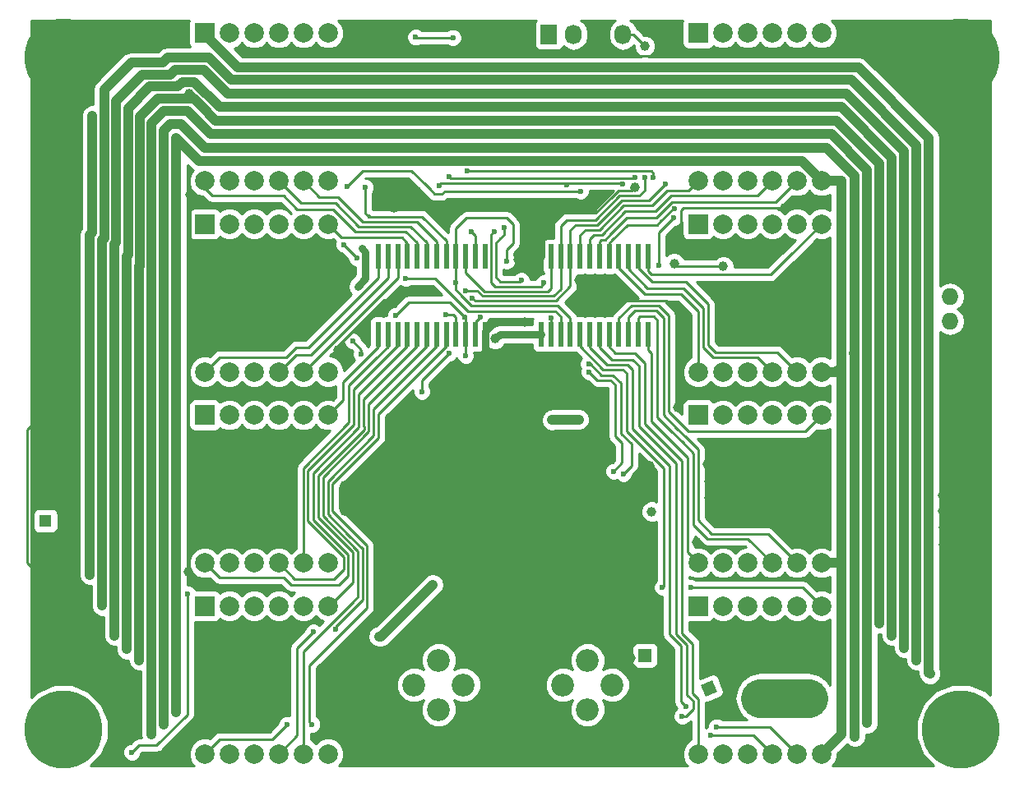
<source format=gbr>
G04 #@! TF.FileFunction,Copper,L2,Bot,Signal*
%FSLAX46Y46*%
G04 Gerber Fmt 4.6, Leading zero omitted, Abs format (unit mm)*
G04 Created by KiCad (PCBNEW 4.0.4-1.fc24-product) date Wed May 17 21:12:50 2017*
%MOMM*%
%LPD*%
G01*
G04 APERTURE LIST*
%ADD10C,0.100000*%
%ADD11C,2.349500*%
%ADD12R,1.727200X1.727200*%
%ADD13O,1.727200X1.727200*%
%ADD14R,1.727200X2.032000*%
%ADD15O,1.727200X2.032000*%
%ADD16C,1.300000*%
%ADD17R,1.300000X1.300000*%
%ADD18R,1.397000X1.397000*%
%ADD19C,1.397000*%
%ADD20C,3.000000*%
%ADD21C,8.000000*%
%ADD22R,2.032000X2.032000*%
%ADD23C,2.000000*%
%ADD24R,0.600000X2.500000*%
%ADD25C,1.000000*%
%ADD26C,0.600000*%
%ADD27C,0.254000*%
%ADD28C,1.000000*%
%ADD29C,0.250000*%
%ADD30C,0.800000*%
%ADD31C,4.000000*%
G04 APERTURE END LIST*
D10*
D11*
X93939360Y-112903000D03*
X88859360Y-112903000D03*
X104178100Y-112903000D03*
X109258100Y-112903000D03*
X91399360Y-115443000D03*
X91399360Y-110363000D03*
X106718100Y-115443000D03*
X106718100Y-110363000D03*
D12*
X144018000Y-67818000D03*
D13*
X146558000Y-67818000D03*
X144018000Y-70358000D03*
X146558000Y-70358000D03*
X144018000Y-72898000D03*
X146558000Y-72898000D03*
X144018000Y-75438000D03*
X146558000Y-75438000D03*
X144018000Y-77978000D03*
X146558000Y-77978000D03*
D14*
X102743000Y-45847000D03*
D15*
X105283000Y-45847000D03*
X107823000Y-45847000D03*
X110363000Y-45847000D03*
D10*
G36*
X119601777Y-112400734D02*
X120099266Y-113601777D01*
X118898223Y-114099266D01*
X118400734Y-112898223D01*
X119601777Y-112400734D01*
X119601777Y-112400734D01*
G37*
D16*
X114630602Y-115163417D03*
D17*
X50927000Y-96012000D03*
D16*
X50927000Y-91012000D03*
D18*
X112649000Y-109855000D03*
D19*
X112649000Y-117475000D03*
D20*
X124500000Y-114250000D03*
X129500000Y-114250000D03*
X124500000Y-94500000D03*
X129500000Y-94500000D03*
D21*
X145161000Y-117475000D03*
X145161000Y-48260000D03*
X52750000Y-48250000D03*
X52750000Y-117500000D03*
D22*
X118110000Y-104775000D03*
D23*
X120650000Y-104775000D03*
X123190000Y-104775000D03*
X125730000Y-104775000D03*
X128270000Y-104775000D03*
X130810000Y-104775000D03*
X125730000Y-120015000D03*
X128270000Y-120015000D03*
X118110000Y-120015000D03*
X120650000Y-120015000D03*
X130810000Y-120015000D03*
X123190000Y-120015000D03*
D22*
X118110000Y-85090000D03*
D23*
X120650000Y-85090000D03*
X123190000Y-85090000D03*
X125730000Y-85090000D03*
X128270000Y-85090000D03*
X130810000Y-85090000D03*
X125730000Y-100330000D03*
X128270000Y-100330000D03*
X118110000Y-100330000D03*
X120650000Y-100330000D03*
X130810000Y-100330000D03*
X123190000Y-100330000D03*
D22*
X118110000Y-65405000D03*
D23*
X120650000Y-65405000D03*
X123190000Y-65405000D03*
X125730000Y-65405000D03*
X128270000Y-65405000D03*
X130810000Y-65405000D03*
X125730000Y-80645000D03*
X128270000Y-80645000D03*
X118110000Y-80645000D03*
X120650000Y-80645000D03*
X130810000Y-80645000D03*
X123190000Y-80645000D03*
D22*
X118110000Y-45720000D03*
D23*
X120650000Y-45720000D03*
X123190000Y-45720000D03*
X125730000Y-45720000D03*
X128270000Y-45720000D03*
X130810000Y-45720000D03*
X125730000Y-60960000D03*
X128270000Y-60960000D03*
X118110000Y-60960000D03*
X120650000Y-60960000D03*
X130810000Y-60960000D03*
X123190000Y-60960000D03*
D22*
X67310000Y-45720000D03*
D23*
X69850000Y-45720000D03*
X72390000Y-45720000D03*
X74930000Y-45720000D03*
X77470000Y-45720000D03*
X80010000Y-45720000D03*
X74930000Y-60960000D03*
X77470000Y-60960000D03*
X67310000Y-60960000D03*
X69850000Y-60960000D03*
X80010000Y-60960000D03*
X72390000Y-60960000D03*
D22*
X67310000Y-65405000D03*
D23*
X69850000Y-65405000D03*
X72390000Y-65405000D03*
X74930000Y-65405000D03*
X77470000Y-65405000D03*
X80010000Y-65405000D03*
X74930000Y-80645000D03*
X77470000Y-80645000D03*
X67310000Y-80645000D03*
X69850000Y-80645000D03*
X80010000Y-80645000D03*
X72390000Y-80645000D03*
D22*
X67310000Y-85090000D03*
D23*
X69850000Y-85090000D03*
X72390000Y-85090000D03*
X74930000Y-85090000D03*
X77470000Y-85090000D03*
X80010000Y-85090000D03*
X74930000Y-100330000D03*
X77470000Y-100330000D03*
X67310000Y-100330000D03*
X69850000Y-100330000D03*
X80010000Y-100330000D03*
X72390000Y-100330000D03*
D22*
X67310000Y-104775000D03*
D23*
X69850000Y-104775000D03*
X72390000Y-104775000D03*
X74930000Y-104775000D03*
X77470000Y-104775000D03*
X80010000Y-104775000D03*
X74930000Y-120015000D03*
X77470000Y-120015000D03*
X67310000Y-120015000D03*
X69850000Y-120015000D03*
X80010000Y-120015000D03*
X72390000Y-120015000D03*
D24*
X101942000Y-68771000D03*
X102942000Y-68771000D03*
X103942000Y-68771000D03*
X104942000Y-68771000D03*
X105942000Y-68771000D03*
X106942000Y-68771000D03*
X107942000Y-68771000D03*
X108942000Y-68771000D03*
X109942000Y-68771000D03*
X110942000Y-68771000D03*
X111942000Y-68771000D03*
X112942000Y-68771000D03*
X112942000Y-76771000D03*
X111942000Y-76771000D03*
X110942000Y-76771000D03*
X109942000Y-76771000D03*
X108942000Y-76771000D03*
X107942000Y-76771000D03*
X106942000Y-76771000D03*
X105942000Y-76771000D03*
X104942000Y-76771000D03*
X103942000Y-76771000D03*
X102942000Y-76771000D03*
X101942000Y-76771000D03*
X96178000Y-76771000D03*
X95178000Y-76771000D03*
X94178000Y-76771000D03*
X93178000Y-76771000D03*
X92178000Y-76771000D03*
X91178000Y-76771000D03*
X90178000Y-76771000D03*
X89178000Y-76771000D03*
X88178000Y-76771000D03*
X87178000Y-76771000D03*
X86178000Y-76771000D03*
X85178000Y-76771000D03*
X85178000Y-68771000D03*
X86178000Y-68771000D03*
X87178000Y-68771000D03*
X88178000Y-68771000D03*
X89178000Y-68771000D03*
X90178000Y-68771000D03*
X91178000Y-68771000D03*
X92178000Y-68771000D03*
X93178000Y-68771000D03*
X94178000Y-68771000D03*
X95178000Y-68771000D03*
X96178000Y-68771000D03*
D25*
X113322100Y-95059500D03*
D26*
X81927700Y-61544200D03*
X105994200Y-62014100D03*
D25*
X52895000Y-53548000D03*
X51752000Y-55580000D03*
X49974000Y-57866000D03*
X50038000Y-55580000D03*
X49974000Y-53548000D03*
X140525000Y-51135000D03*
X142430000Y-53548000D03*
X147637000Y-56215000D03*
X145097000Y-53548000D03*
X147637000Y-53548000D03*
X50038000Y-85598000D03*
X50038000Y-83312000D03*
X50038000Y-81026000D03*
X50038000Y-78486000D03*
X120396000Y-115570000D03*
X119634000Y-109474000D03*
X74993500Y-109474000D03*
X63309500Y-120713500D03*
X50038000Y-103632000D03*
X50038000Y-106426000D03*
X50038000Y-109220000D03*
X50038000Y-101346000D03*
X119278400Y-95237300D03*
X117983000Y-98171000D03*
X130429000Y-102489000D03*
X85852000Y-45085000D03*
X97917000Y-45593000D03*
X115570000Y-45720000D03*
X145986000Y-92537000D03*
X146113000Y-86060000D03*
X111188500Y-110109000D03*
X88646000Y-90297000D03*
X89281000Y-86931500D03*
X101917500Y-91757500D03*
X98742500Y-86614000D03*
X97853500Y-96075500D03*
X93345000Y-82296000D03*
X77343000Y-68199000D03*
D26*
X81534000Y-70548500D03*
D25*
X65786000Y-62357000D03*
X68453000Y-82804000D03*
X72390000Y-74549000D03*
X68529200Y-93116400D03*
X65595500Y-101282500D03*
X127000000Y-63754000D03*
X127762000Y-75742800D03*
X111620300Y-61620400D03*
X78486000Y-47739300D03*
X113157000Y-90360500D03*
X119240300Y-91922600D03*
X119202200Y-93649800D03*
X143332200Y-98463100D03*
X143332200Y-96672400D03*
X143243300Y-93408500D03*
X143306800Y-94970600D03*
X113385600Y-91414600D03*
X119024400Y-90119200D03*
X106603800Y-93878400D03*
X107772200Y-94818200D03*
X116890800Y-76034900D03*
X107556300Y-88773000D03*
X100266500Y-75514200D03*
X88112600Y-47675800D03*
X107442000Y-84353400D03*
X116027200Y-84328000D03*
X81000600Y-78384400D03*
X86817200Y-73228200D03*
X76073000Y-95351600D03*
X76098400Y-93929200D03*
X75996800Y-92481400D03*
X81737200Y-94996000D03*
X81711800Y-92329000D03*
X81762600Y-93624400D03*
X114249200Y-47396400D03*
X95656400Y-47675800D03*
X86766400Y-63779400D03*
X99593400Y-69113400D03*
X101981000Y-64262000D03*
X105841800Y-71170800D03*
X102336600Y-80391000D03*
X86563200Y-93853000D03*
X91059000Y-93675200D03*
X91236800Y-100076000D03*
X97330798Y-105005602D03*
X105359200Y-104749600D03*
X102463600Y-103378000D03*
X116255800Y-79451200D03*
D26*
X85242400Y-107899200D03*
X90805000Y-102565200D03*
X83489800Y-67894200D03*
X83058000Y-71856600D03*
D25*
X120700800Y-69773800D03*
X97205800Y-77241400D03*
X115646200Y-69469000D03*
X112623600Y-47066200D03*
X103073200Y-85623400D03*
X105816400Y-85572600D03*
D26*
X110350300Y-61290200D03*
X104597200Y-61366400D03*
X91414600Y-61442600D03*
X92456000Y-78740000D03*
X89662000Y-82677000D03*
X114427000Y-102870000D03*
X117348000Y-102870000D03*
X116459000Y-116128800D03*
X119430800Y-118110000D03*
X116865400Y-115163600D03*
X120015000Y-117221000D03*
X115697000Y-63792100D03*
D25*
X55498500Y-101554000D03*
X55750000Y-54250000D03*
X141859000Y-91948000D03*
X141859000Y-72263000D03*
X141986000Y-111760000D03*
X118110000Y-49276000D03*
X55499000Y-85090000D03*
X55753000Y-65532000D03*
X56768500Y-104729000D03*
X63000000Y-48750000D03*
X56769000Y-86995000D03*
X56953002Y-63627000D03*
X140589000Y-90678000D03*
X140589000Y-70993000D03*
X140589000Y-110363000D03*
X120650000Y-50546000D03*
X63750000Y-50000000D03*
X58039000Y-88265000D03*
X58166000Y-67310000D03*
X139319000Y-89408000D03*
X139319000Y-69723000D03*
X139319000Y-109093000D03*
X123190000Y-51943000D03*
X58039000Y-107823000D03*
X59308500Y-73487000D03*
X64500000Y-51250000D03*
X59309000Y-89535000D03*
X138049000Y-88138000D03*
X138049000Y-68453000D03*
X138049000Y-107823000D03*
X125730000Y-53340000D03*
X59309000Y-109220000D03*
X59436000Y-68580000D03*
X65750000Y-52000000D03*
X136779000Y-86868000D03*
X136779000Y-67183000D03*
X136779000Y-106553000D03*
X128270000Y-54737000D03*
X60579000Y-110363000D03*
X60579000Y-90805000D03*
X60579000Y-69780002D03*
D26*
X83858100Y-61633100D03*
D25*
X61848500Y-80726000D03*
X61849000Y-98552000D03*
X61849000Y-117983000D03*
X61849000Y-59182000D03*
X135509000Y-97282000D03*
X135509000Y-77470000D03*
X135509000Y-116840000D03*
X120650000Y-56134000D03*
X64389000Y-115697000D03*
X64389000Y-95758000D03*
X64389000Y-76073000D03*
X64389000Y-56584998D03*
X63100000Y-111800000D03*
X63119000Y-97155000D03*
X63119000Y-57785000D03*
X63119000Y-77470000D03*
X134239000Y-98552000D03*
X134112000Y-78740000D03*
X134239000Y-118237000D03*
X123190000Y-57531000D03*
X63119000Y-116967000D03*
D26*
X78486000Y-107442000D03*
X80772000Y-107188000D03*
X75819000Y-116967000D03*
X78359000Y-116967000D03*
X59816500Y-119842000D03*
X82524600Y-77470000D03*
X65532000Y-103505000D03*
X83439000Y-78816200D03*
X81635600Y-67513200D03*
X82956400Y-68910200D03*
X98412300Y-69227700D03*
X92506800Y-60553600D03*
X111607600Y-60604400D03*
X93116400Y-71424800D03*
X106819700Y-79819500D03*
X110401100Y-91135200D03*
X115620800Y-64757300D03*
X114096800Y-69697600D03*
X106883200Y-80645000D03*
X109423200Y-90893900D03*
X102997000Y-75057000D03*
X102235000Y-71462900D03*
X97104200Y-66167000D03*
X94742000Y-66167000D03*
X99898200Y-71183500D03*
X98107500Y-65760600D03*
X94043000Y-75011000D03*
X112598200Y-60629800D03*
X94132400Y-72263000D03*
X86995000Y-74803000D03*
X94157800Y-78994000D03*
X113487200Y-60629800D03*
X94335600Y-59969400D03*
X95656400Y-75006200D03*
X114757200Y-61290200D03*
X94869000Y-73025000D03*
X92100400Y-74777600D03*
X89027000Y-46151800D03*
X92862400Y-46202600D03*
X88011000Y-70993000D03*
D27*
X113347500Y-95084900D02*
X113347500Y-95097600D01*
X113322100Y-95059500D02*
X113347500Y-95084900D01*
X90487500Y-61836300D02*
X90970100Y-62318900D01*
X90970100Y-62318900D02*
X91706700Y-62318900D01*
X88569800Y-59918600D02*
X90055700Y-61404500D01*
X83553300Y-59918600D02*
X88569800Y-59918600D01*
X81927700Y-61544200D02*
X83553300Y-59918600D01*
X92011500Y-62014100D02*
X91706700Y-62318900D01*
X90487500Y-61836300D02*
X90055700Y-61404500D01*
X90055700Y-61404500D02*
X89941400Y-61290200D01*
X105994200Y-62014100D02*
X92011500Y-62014100D01*
X145161000Y-48260000D02*
X143083000Y-46182000D01*
X49974000Y-57358000D02*
X51752000Y-55580000D01*
X49974000Y-57866000D02*
X49974000Y-57358000D01*
X49974000Y-55516000D02*
X50038000Y-55580000D01*
X49974000Y-53548000D02*
X49974000Y-55516000D01*
X142430000Y-53167000D02*
X140525000Y-51135000D01*
X142430000Y-53548000D02*
X142430000Y-53167000D01*
X147637000Y-53548000D02*
X145097000Y-53548000D01*
D28*
X50038000Y-50962000D02*
X50038000Y-78486000D01*
D27*
X50038000Y-83312000D02*
X50038000Y-81026000D01*
D28*
X50038000Y-50962000D02*
X52750000Y-48250000D01*
D29*
X50038000Y-85598000D02*
X50927000Y-86487000D01*
X50927000Y-86487000D02*
X50927000Y-91012000D01*
X121500000Y-114466000D02*
X120396000Y-115570000D01*
X121500000Y-111340000D02*
X121500000Y-114466000D01*
D27*
X120250000Y-110090000D02*
X119634000Y-109474000D01*
D29*
X120250000Y-110090000D02*
X121500000Y-111340000D01*
D30*
X63309500Y-120713500D02*
X74549000Y-109474000D01*
X74993500Y-109474000D02*
X74549000Y-109474000D01*
D27*
X50038000Y-103632000D02*
X50038000Y-106426000D01*
X49022000Y-86614000D02*
X50038000Y-85598000D01*
X49022000Y-100330000D02*
X49022000Y-86614000D01*
X50038000Y-101346000D02*
X49022000Y-100330000D01*
X143332200Y-98463100D02*
X143332200Y-112598200D01*
X139319000Y-115824000D02*
X139319000Y-120523000D01*
X142240000Y-112903000D02*
X139319000Y-115824000D01*
X143027400Y-112903000D02*
X142240000Y-112903000D01*
X143332200Y-112598200D02*
X143027400Y-112903000D01*
D30*
X85852000Y-45085000D02*
X88112600Y-47345600D01*
X88112600Y-47345600D02*
X88112600Y-47675800D01*
X95656400Y-47675800D02*
X95834200Y-47675800D01*
X95834200Y-47675800D02*
X97917000Y-45593000D01*
X114249200Y-47396400D02*
X114249200Y-47040800D01*
X114249200Y-47040800D02*
X115570000Y-45720000D01*
X96178000Y-76771000D02*
X96178000Y-79604500D01*
X96178000Y-79604500D02*
X96774000Y-80200500D01*
X105359200Y-104749600D02*
X105829100Y-104749600D01*
X105829100Y-104749600D02*
X111188500Y-110109000D01*
X91059000Y-93675200D02*
X91059000Y-92710000D01*
X91059000Y-92710000D02*
X88646000Y-90297000D01*
X91059000Y-85725000D02*
X90487500Y-85725000D01*
X90487500Y-85725000D02*
X89281000Y-86931500D01*
X101917500Y-91757500D02*
X101917500Y-89789000D01*
X101917500Y-89789000D02*
X98742500Y-86614000D01*
X101917500Y-91757500D02*
X101917500Y-92011500D01*
X103822500Y-93662500D02*
X101917500Y-91757500D01*
X106603800Y-93662500D02*
X103822500Y-93662500D01*
X101917500Y-92011500D02*
X97853500Y-96075500D01*
D27*
X93345000Y-82296000D02*
X91059000Y-84582000D01*
X93726000Y-82677000D02*
X93345000Y-82296000D01*
X94996000Y-82677000D02*
X93726000Y-82677000D01*
X91059000Y-84582000D02*
X91059000Y-85725000D01*
X91059000Y-85725000D02*
X91059000Y-93675200D01*
X77343000Y-68199000D02*
X79692500Y-70548500D01*
X72390000Y-73152000D02*
X77343000Y-68199000D01*
X72390000Y-73215500D02*
X72390000Y-73152000D01*
X79692500Y-70548500D02*
X81534000Y-70548500D01*
X65786000Y-68897500D02*
X70104000Y-73215500D01*
X70104000Y-73215500D02*
X72390000Y-73215500D01*
X65786000Y-62357000D02*
X65786000Y-68897500D01*
X68453000Y-82804000D02*
X66230500Y-82804000D01*
X66230500Y-82804000D02*
X65659000Y-82232500D01*
X65659000Y-82232500D02*
X65659000Y-77406500D01*
X65659000Y-77406500D02*
X68516500Y-74549000D01*
X68516500Y-74549000D02*
X72390000Y-74549000D01*
X72390000Y-74549000D02*
X72390000Y-73215500D01*
X72390000Y-74549000D02*
X68707000Y-74549000D01*
X65659000Y-77597000D02*
X68707000Y-74549000D01*
X65659000Y-79184500D02*
X65659000Y-77597000D01*
X65659000Y-90246200D02*
X65659000Y-79184500D01*
X65659000Y-90246200D02*
X68529200Y-93116400D01*
X68529200Y-93116400D02*
X65595500Y-96050100D01*
X65595500Y-96050100D02*
X65595500Y-101282500D01*
X121920000Y-68580000D02*
X122682000Y-69342000D01*
X117348000Y-68580000D02*
X121920000Y-68580000D01*
X116332000Y-67564000D02*
X117348000Y-68580000D01*
X116332000Y-64008000D02*
X116332000Y-67564000D01*
X116586000Y-63754000D02*
X116332000Y-64008000D01*
X117094000Y-63754000D02*
X116586000Y-63754000D01*
X127000000Y-63754000D02*
X117094000Y-63754000D01*
X127762000Y-75742800D02*
X127762000Y-75692000D01*
X111620300Y-61620400D02*
X111302800Y-61937900D01*
X111302800Y-61937900D02*
X109911444Y-61937900D01*
X109286322Y-62563022D02*
X109286322Y-62531978D01*
X109911444Y-61937900D02*
X109286322Y-62563022D01*
D30*
X78486000Y-47739300D02*
X78549500Y-47675800D01*
X78549500Y-47675800D02*
X88112600Y-47675800D01*
X113157000Y-90360500D02*
X113157000Y-91186000D01*
D27*
X119240300Y-91922600D02*
X119202200Y-91960700D01*
X119202200Y-91960700D02*
X119202200Y-93649800D01*
D30*
X143332200Y-96672400D02*
X143332200Y-98463100D01*
X143306800Y-93472000D02*
X143243300Y-93408500D01*
X143306800Y-94970600D02*
X143306800Y-93472000D01*
D27*
X113360200Y-91440000D02*
X113360200Y-93129100D01*
X113385600Y-91414600D02*
X113360200Y-91440000D01*
X106603800Y-90271600D02*
X106603800Y-93662500D01*
X106603800Y-93662500D02*
X106603800Y-93878400D01*
X106603800Y-89725500D02*
X107556300Y-88773000D01*
X106603800Y-89725500D02*
X106603800Y-90271600D01*
X106819700Y-64262000D02*
X107556300Y-64262000D01*
X101981000Y-64262000D02*
X106819700Y-64262000D01*
X107556300Y-64262000D02*
X109286322Y-62531978D01*
X116713000Y-76212700D02*
X116408200Y-76212700D01*
X116890800Y-76034900D02*
X116713000Y-76212700D01*
X107556300Y-88773000D02*
X107556300Y-84467700D01*
X107556300Y-84467700D02*
X107442000Y-84353400D01*
D30*
X96178000Y-76771000D02*
X96178000Y-76440400D01*
X96178000Y-76440400D02*
X97104200Y-75514200D01*
X97104200Y-75514200D02*
X100266500Y-75514200D01*
X101942000Y-68771000D02*
X101942000Y-64301000D01*
X101942000Y-64301000D02*
X101981000Y-64262000D01*
X99593400Y-69113400D02*
X101599600Y-69113400D01*
X101599600Y-69113400D02*
X101942000Y-68771000D01*
D27*
X88112600Y-47675800D02*
X95656400Y-47675800D01*
X116255800Y-79451200D02*
X116255800Y-82499200D01*
X116027200Y-82727800D02*
X116027200Y-84328000D01*
X116255800Y-82499200D02*
X116027200Y-82727800D01*
X107442000Y-84353400D02*
X107391200Y-84404200D01*
X107391200Y-84404200D02*
X107442000Y-84353400D01*
X107442000Y-84353400D02*
X107442000Y-84455000D01*
X107442000Y-84455000D02*
X103378000Y-80391000D01*
X103378000Y-80391000D02*
X102336600Y-80391000D01*
D30*
X115290600Y-115109000D02*
X105359200Y-105177600D01*
X105359200Y-105177600D02*
X105359200Y-104749600D01*
D27*
X81000600Y-78384400D02*
X81000600Y-78003400D01*
X85775800Y-73228200D02*
X86817200Y-73228200D01*
X81000600Y-78003400D02*
X85775800Y-73228200D01*
D30*
X76098400Y-93929200D02*
X76098400Y-92583000D01*
X76098400Y-92583000D02*
X75996800Y-92481400D01*
X81762600Y-93624400D02*
X81762600Y-92379800D01*
X81762600Y-92379800D02*
X81711800Y-92329000D01*
X86563200Y-93853000D02*
X81991200Y-93853000D01*
X81991200Y-93853000D02*
X81762600Y-93624400D01*
D27*
X110083600Y-48107600D02*
X107823000Y-45847000D01*
X113538000Y-48107600D02*
X110083600Y-48107600D01*
X114249200Y-47396400D02*
X113538000Y-48107600D01*
X105841800Y-47828200D02*
X107823000Y-45847000D01*
X95656400Y-47675800D02*
X95808800Y-47828200D01*
X95808800Y-47828200D02*
X105841800Y-47828200D01*
X86766400Y-63779400D02*
X101498400Y-63779400D01*
X101498400Y-63779400D02*
X101981000Y-64262000D01*
X101942000Y-64301000D02*
X101981000Y-64262000D01*
X96178000Y-76771000D02*
X96178000Y-77864600D01*
X96178000Y-77864600D02*
X98704400Y-80391000D01*
X98704400Y-80391000D02*
X102336600Y-80391000D01*
X96178000Y-75703800D02*
X96178000Y-76771000D01*
X116408200Y-74904600D02*
X116408200Y-76212700D01*
X114808000Y-73304400D02*
X116408200Y-74904600D01*
X107975400Y-73304400D02*
X114808000Y-73304400D01*
X105841800Y-71170800D02*
X107975400Y-73304400D01*
X116408200Y-76212700D02*
X116408200Y-77241400D01*
X86563200Y-93853000D02*
X86741000Y-93675200D01*
X86741000Y-93675200D02*
X91059000Y-93675200D01*
X91059000Y-93675200D02*
X91236800Y-93853000D01*
X91236800Y-93853000D02*
X91236800Y-100076000D01*
X96166402Y-105005602D02*
X97330798Y-105005602D01*
X91236800Y-100076000D02*
X96166402Y-105005602D01*
X97330798Y-105005602D02*
X97582796Y-105257600D01*
X97582796Y-105257600D02*
X100584000Y-105257600D01*
X100584000Y-105257600D02*
X102463600Y-103378000D01*
X103987600Y-103378000D02*
X102463600Y-103378000D01*
X105359200Y-104749600D02*
X103987600Y-103378000D01*
X116408200Y-79298800D02*
X116255800Y-79451200D01*
X116408200Y-77241400D02*
X116408200Y-79298800D01*
D28*
X85471000Y-107899200D02*
X85242400Y-107899200D01*
X90805000Y-102565200D02*
X85471000Y-107899200D01*
D30*
X83870800Y-71043800D02*
X83058000Y-71856600D01*
X83870800Y-68275200D02*
X83870800Y-71043800D01*
X83489800Y-67894200D02*
X83870800Y-68275200D01*
D27*
X120650000Y-69723000D02*
X117170200Y-69723000D01*
X120700800Y-69773800D02*
X120650000Y-69723000D01*
D30*
X99898200Y-76771000D02*
X97676200Y-76771000D01*
X97676200Y-76771000D02*
X97205800Y-77241400D01*
D27*
X115900200Y-69723000D02*
X117170200Y-69723000D01*
X115646200Y-69469000D02*
X115900200Y-69723000D01*
X111404400Y-45847000D02*
X110363000Y-45847000D01*
X112623600Y-47066200D02*
X111404400Y-45847000D01*
D30*
X101942000Y-76771000D02*
X99898200Y-76771000D01*
D28*
X103073200Y-85623400D02*
X103124000Y-85572600D01*
X103124000Y-85572600D02*
X105816400Y-85572600D01*
D27*
X108077000Y-61239400D02*
X110299500Y-61239400D01*
X110299500Y-61239400D02*
X110350300Y-61290200D01*
X104597200Y-61366400D02*
X104597200Y-61239400D01*
X104597200Y-61239400D02*
X104597200Y-61290200D01*
X104597200Y-61290200D02*
X104597200Y-61239400D01*
X95072200Y-61239400D02*
X91617800Y-61239400D01*
X91617800Y-61239400D02*
X91414600Y-61442600D01*
X108077000Y-61239400D02*
X104597200Y-61239400D01*
X104597200Y-61239400D02*
X95072200Y-61239400D01*
D29*
X89662000Y-81534000D02*
X92456000Y-78740000D01*
X89662000Y-82677000D02*
X89662000Y-81534000D01*
X130810000Y-104775000D02*
X128905000Y-102870000D01*
X108331000Y-80391000D02*
X105942000Y-78002000D01*
X110363000Y-80391000D02*
X108331000Y-80391000D01*
X110744000Y-80772000D02*
X110363000Y-80391000D01*
X110744000Y-86741000D02*
X110744000Y-80772000D01*
X114554000Y-90551000D02*
X110744000Y-86741000D01*
X114554000Y-102743000D02*
X114554000Y-90551000D01*
X114427000Y-102870000D02*
X114554000Y-102743000D01*
X128905000Y-102870000D02*
X117348000Y-102870000D01*
X105942000Y-78002000D02*
X105942000Y-76771000D01*
X116964400Y-108785600D02*
X116964400Y-113964400D01*
X116964400Y-113964400D02*
X117576600Y-114576600D01*
X117376999Y-115624399D02*
X116872598Y-116128800D01*
X117376999Y-115624399D02*
X117576600Y-115424798D01*
X117576600Y-115424798D02*
X117576600Y-114576600D01*
X116872598Y-116128800D02*
X116459000Y-116128800D01*
X120573800Y-118110000D02*
X119430800Y-118110000D01*
X116459000Y-116128800D02*
X116872598Y-116128800D01*
X115824000Y-107645200D02*
X116964400Y-108785600D01*
X115824000Y-107645200D02*
X115824000Y-90043000D01*
X115824000Y-90043000D02*
X112014000Y-86233000D01*
X107942000Y-78097000D02*
X107942000Y-76771000D01*
X109220000Y-79375000D02*
X107942000Y-78097000D01*
X111379000Y-79375000D02*
X109220000Y-79375000D01*
X112014000Y-80010000D02*
X111379000Y-79375000D01*
X112014000Y-86233000D02*
X112014000Y-80010000D01*
X125730000Y-120015000D02*
X123825000Y-118110000D01*
X123825000Y-118110000D02*
X120573800Y-118110000D01*
X116358800Y-108891200D02*
X116358800Y-114657000D01*
X116358800Y-114657000D02*
X116865400Y-115163600D01*
X120015000Y-117221000D02*
X125476000Y-117221000D01*
X125476000Y-117221000D02*
X128270000Y-120015000D01*
X116358800Y-108891200D02*
X115189000Y-107721400D01*
X106942000Y-76771000D02*
X106942000Y-78113000D01*
X115189000Y-90297000D02*
X115189000Y-107238800D01*
X111379000Y-86487000D02*
X115189000Y-90297000D01*
X111379000Y-80391000D02*
X111379000Y-86487000D01*
X110871000Y-79883000D02*
X111379000Y-80391000D01*
X108712000Y-79883000D02*
X110871000Y-79883000D01*
X106942000Y-78113000D02*
X108712000Y-79883000D01*
X115189000Y-107721400D02*
X115189000Y-107238800D01*
X117570000Y-108680000D02*
X117570000Y-113820000D01*
X117570000Y-113820000D02*
X118160800Y-114410800D01*
X118110000Y-120015000D02*
X118160800Y-119964200D01*
X118160800Y-119964200D02*
X118160800Y-114410800D01*
X116459000Y-107569000D02*
X117570000Y-108680000D01*
X108942000Y-76771000D02*
X108942000Y-78081000D01*
X116459000Y-89789000D02*
X116459000Y-107569000D01*
X112649000Y-85979000D02*
X116459000Y-89789000D01*
X112649000Y-79756000D02*
X112649000Y-85979000D01*
X111633000Y-78740000D02*
X112649000Y-79756000D01*
X109601000Y-78740000D02*
X111633000Y-78740000D01*
X108942000Y-78081000D02*
X109601000Y-78740000D01*
X130810000Y-85090000D02*
X129159000Y-86741000D01*
X115062000Y-84709000D02*
X115062000Y-81661000D01*
X117094000Y-86741000D02*
X115062000Y-84709000D01*
X129159000Y-86741000D02*
X117094000Y-86741000D01*
X111760000Y-73787000D02*
X111252000Y-73787000D01*
X109942000Y-75097000D02*
X109942000Y-76771000D01*
X111252000Y-73787000D02*
X109942000Y-75097000D01*
X115062000Y-74803000D02*
X114046000Y-73787000D01*
X115062000Y-81661000D02*
X115062000Y-74803000D01*
X114046000Y-73787000D02*
X111760000Y-73787000D01*
X109942000Y-76668000D02*
X109942000Y-76771000D01*
X117652800Y-96367600D02*
X117652800Y-96443800D01*
X117652800Y-96443800D02*
X119049800Y-97840800D01*
X116478050Y-87903050D02*
X117652800Y-89077800D01*
X123240800Y-97840800D02*
X125730000Y-100330000D01*
X119049800Y-97840800D02*
X123240800Y-97840800D01*
X117652800Y-89077800D02*
X117652800Y-96367600D01*
X115316000Y-86741000D02*
X113919000Y-85344000D01*
X113919000Y-75311000D02*
X113538000Y-74930000D01*
X113919000Y-85344000D02*
X113919000Y-75311000D01*
X111942000Y-76771000D02*
X111942000Y-75129000D01*
X112141000Y-74930000D02*
X113538000Y-74930000D01*
X111942000Y-75129000D02*
X112141000Y-74930000D01*
X115316000Y-86741000D02*
X116478050Y-87903050D01*
X128270000Y-100330000D02*
X125285500Y-97345500D01*
X118102802Y-88638802D02*
X116840000Y-87376000D01*
X118102802Y-95954002D02*
X118102802Y-88638802D01*
X119494300Y-97345500D02*
X118102802Y-95954002D01*
X125285500Y-97345500D02*
X119494300Y-97345500D01*
X115951000Y-86487000D02*
X114554000Y-85090000D01*
X116840000Y-87376000D02*
X115951000Y-86487000D01*
X113792000Y-74295000D02*
X111633000Y-74295000D01*
X111633000Y-74295000D02*
X110942000Y-74986000D01*
X110942000Y-74986000D02*
X110942000Y-76771000D01*
X114554000Y-85090000D02*
X114554000Y-75057000D01*
X114554000Y-75057000D02*
X113792000Y-74295000D01*
X118110000Y-100330000D02*
X117017800Y-99237800D01*
X117017800Y-89458800D02*
X115900200Y-88341200D01*
X117017800Y-99237800D02*
X117017800Y-89458800D01*
X112942000Y-76771000D02*
X112942000Y-78398000D01*
X113284000Y-85725000D02*
X113411000Y-85852000D01*
X113284000Y-78740000D02*
X113284000Y-85725000D01*
X112942000Y-78398000D02*
X113284000Y-78740000D01*
X115900200Y-88341200D02*
X113411000Y-85852000D01*
D27*
X112942000Y-68771000D02*
X112942000Y-70244600D01*
X125577600Y-70637400D02*
X127444000Y-68771000D01*
X113334800Y-70637400D02*
X125577600Y-70637400D01*
X112942000Y-70244600D02*
X113334800Y-70637400D01*
D29*
X130810000Y-65405000D02*
X127444000Y-68771000D01*
X125730000Y-80645000D02*
X124206000Y-79121000D01*
X118618000Y-74041000D02*
X116586000Y-72009000D01*
X118618000Y-78105000D02*
X118618000Y-74041000D01*
X119634000Y-79121000D02*
X118618000Y-78105000D01*
X124206000Y-79121000D02*
X119634000Y-79121000D01*
X116586000Y-72009000D02*
X115951000Y-72009000D01*
X110942000Y-70048000D02*
X110942000Y-68771000D01*
X112903000Y-72009000D02*
X110942000Y-70048000D01*
X115951000Y-72009000D02*
X112903000Y-72009000D01*
X116459000Y-71374000D02*
X116840000Y-71374000D01*
X126238000Y-78613000D02*
X128270000Y-80645000D01*
X119888000Y-78613000D02*
X126238000Y-78613000D01*
X119126000Y-77851000D02*
X119888000Y-78613000D01*
X119126000Y-73660000D02*
X119126000Y-77851000D01*
X116840000Y-71374000D02*
X119126000Y-73660000D01*
X111942000Y-68771000D02*
X111942000Y-69905000D01*
X111942000Y-69905000D02*
X113411000Y-71374000D01*
X113411000Y-71374000D02*
X116459000Y-71374000D01*
X109942000Y-68771000D02*
X109942000Y-69937000D01*
X109942000Y-69937000D02*
X112649000Y-72644000D01*
X112649000Y-72644000D02*
X116332000Y-72644000D01*
X116332000Y-72644000D02*
X118110000Y-74422000D01*
X118110000Y-74422000D02*
X118110000Y-80645000D01*
X110807000Y-65486000D02*
X113855000Y-65486000D01*
X113855000Y-65486000D02*
X114236000Y-65105000D01*
X109219500Y-67073500D02*
X110807000Y-65486000D01*
X108942000Y-67351000D02*
X108942000Y-68771000D01*
X109219500Y-67073500D02*
X108942000Y-67351000D01*
X115697000Y-63792100D02*
X115548900Y-63792100D01*
X115548900Y-63792100D02*
X114236000Y-65105000D01*
D27*
X108942000Y-68771000D02*
X108942000Y-67715000D01*
D29*
X106942000Y-68771000D02*
X106942000Y-66938000D01*
X107378000Y-66502000D02*
X108173800Y-66502000D01*
X106942000Y-66938000D02*
X107378000Y-66502000D01*
D27*
X110591600Y-64084200D02*
X113751006Y-64084200D01*
D29*
X115351206Y-62484000D02*
X124206000Y-62484000D01*
X124206000Y-62484000D02*
X125730000Y-60960000D01*
D27*
X110591600Y-64084200D02*
X108173800Y-66502000D01*
X113751006Y-64084200D02*
X115351206Y-62484000D01*
X106942000Y-67733800D02*
X106942000Y-68771000D01*
D29*
X107942000Y-67208000D02*
X107942000Y-68771000D01*
X108140000Y-67010000D02*
X107942000Y-67208000D01*
X108267000Y-67010000D02*
X108140000Y-67010000D01*
X108529400Y-67010000D02*
X108267000Y-67010000D01*
X109096700Y-66442700D02*
X108529400Y-67010000D01*
D27*
X109096700Y-66442700D02*
X110769400Y-64770000D01*
X110769400Y-64770000D02*
X113792000Y-64770000D01*
X113792000Y-64770000D02*
X115443000Y-63119000D01*
X107942000Y-68771000D02*
X107942000Y-67597400D01*
D29*
X128270000Y-60960000D02*
X126111000Y-63119000D01*
X126111000Y-63119000D02*
X115443000Y-63119000D01*
X105942000Y-67264000D02*
X105942000Y-66541000D01*
X106489000Y-65994000D02*
X107919800Y-65994000D01*
X105942000Y-66541000D02*
X106489000Y-65994000D01*
X105942000Y-68771000D02*
X105942000Y-67264000D01*
D27*
X110972600Y-63474600D02*
X110439200Y-63474600D01*
X110439200Y-63474600D02*
X107919800Y-65994000D01*
X110972600Y-63474600D02*
X113411000Y-63474600D01*
X113411000Y-63474600D02*
X114909600Y-61976000D01*
D29*
X118110000Y-60960000D02*
X117094000Y-61976000D01*
X117094000Y-61976000D02*
X114909600Y-61976000D01*
D27*
X105942000Y-68771000D02*
X105942000Y-67641600D01*
D30*
X55498500Y-101554000D02*
X55499000Y-101554000D01*
X55499000Y-101554000D02*
X55498500Y-101554000D01*
X55498500Y-101554000D02*
X55499000Y-101554000D01*
D28*
X55750000Y-54250000D02*
X55753000Y-54250000D01*
X55750000Y-57500000D02*
X55753000Y-57500000D01*
X55753000Y-57500000D02*
X55750000Y-57500000D01*
X55750000Y-57500000D02*
X55753000Y-57500000D01*
X141859000Y-91948000D02*
X141859000Y-91821000D01*
X141859000Y-109093000D02*
X141859000Y-111633000D01*
X141859000Y-111633000D02*
X141986000Y-111760000D01*
X118110000Y-49276000D02*
X134620000Y-49276000D01*
X141859000Y-56515000D02*
X141859000Y-72263000D01*
X141859000Y-72263000D02*
X141859000Y-91821000D01*
X141859000Y-91821000D02*
X141859000Y-109093000D01*
X141859000Y-109093000D02*
X141859000Y-110109000D01*
X134620000Y-49276000D02*
X141859000Y-56515000D01*
X67310000Y-45720000D02*
X67310000Y-45847000D01*
X67310000Y-45847000D02*
X70739000Y-49276000D01*
X70739000Y-49276000D02*
X118110000Y-49276000D01*
X55753000Y-65532000D02*
X55753000Y-66294000D01*
X55499000Y-66548000D02*
X55499000Y-85090000D01*
X55499000Y-85090000D02*
X55499000Y-101554000D01*
X55753000Y-66294000D02*
X55499000Y-66548000D01*
X55753000Y-54250000D02*
X55753000Y-54864000D01*
X55753000Y-54864000D02*
X55753000Y-56007000D01*
X55753000Y-56007000D02*
X55753000Y-57500000D01*
X55753000Y-57500000D02*
X55753000Y-65532000D01*
X56768500Y-104729000D02*
X56769000Y-104729000D01*
X56769000Y-104729000D02*
X56768500Y-104729000D01*
X56768500Y-104729000D02*
X56769000Y-104729000D01*
X67750000Y-48250000D02*
X63500000Y-48250000D01*
X63500000Y-48250000D02*
X63000000Y-48750000D01*
X72000000Y-50546000D02*
X70046000Y-50546000D01*
X70046000Y-50546000D02*
X67750000Y-48250000D01*
X56953002Y-51562000D02*
X59765002Y-48750000D01*
X56953002Y-51562000D02*
X56953002Y-53000000D01*
X56953002Y-53000000D02*
X56953002Y-63627000D01*
X59765002Y-48750000D02*
X63000000Y-48750000D01*
X120650000Y-50546000D02*
X72000000Y-50546000D01*
X56953002Y-63627000D02*
X56953002Y-66871998D01*
X56769000Y-68326000D02*
X56769000Y-86995000D01*
X56769000Y-67056000D02*
X56769000Y-68326000D01*
X56953002Y-66871998D02*
X56769000Y-67056000D01*
X133858000Y-50546000D02*
X120650000Y-50546000D01*
X140589000Y-57277000D02*
X133858000Y-50546000D01*
X140589000Y-110363000D02*
X140589000Y-90678000D01*
X140589000Y-90678000D02*
X140589000Y-70993000D01*
X140589000Y-70993000D02*
X140589000Y-57277000D01*
X56769000Y-86995000D02*
X56769000Y-104729000D01*
X58166000Y-67310000D02*
X58039000Y-67437000D01*
X58039000Y-67437000D02*
X58039000Y-88265000D01*
X67250000Y-49500000D02*
X64250000Y-49500000D01*
X64250000Y-49500000D02*
X63750000Y-50000000D01*
X123190000Y-51943000D02*
X69693000Y-51943000D01*
X69693000Y-51943000D02*
X67250000Y-49500000D01*
X60916000Y-50000000D02*
X58166000Y-52750000D01*
X58166000Y-64135000D02*
X58166000Y-52750000D01*
X58166000Y-67310000D02*
X58166000Y-64135000D01*
X63750000Y-50000000D02*
X60916000Y-50000000D01*
X133350000Y-51943000D02*
X139319000Y-57912000D01*
X139319000Y-57912000D02*
X139319000Y-69723000D01*
X139319000Y-69723000D02*
X139319000Y-89408000D01*
X139319000Y-89408000D02*
X139319000Y-109093000D01*
X123190000Y-51943000D02*
X133350000Y-51943000D01*
X58039000Y-88265000D02*
X58039000Y-107823000D01*
X59436000Y-68580000D02*
X59308500Y-68707500D01*
X59308500Y-68707500D02*
X59308500Y-73487000D01*
X59309000Y-74376000D02*
X59309000Y-76454000D01*
X59308500Y-73487000D02*
X59309000Y-73487000D01*
X59309000Y-73487000D02*
X59309000Y-73169500D01*
X59309000Y-89535000D02*
X59309000Y-76454000D01*
X59309000Y-73169500D02*
X59309000Y-74376000D01*
X66250000Y-50750000D02*
X65000000Y-50750000D01*
X65000000Y-50750000D02*
X64500000Y-51250000D01*
X125730000Y-53340000D02*
X68840000Y-53340000D01*
X68840000Y-53340000D02*
X66250000Y-50750000D01*
X61686000Y-51250000D02*
X59436000Y-53500000D01*
X59436000Y-53500000D02*
X59436000Y-68580000D01*
X64500000Y-51250000D02*
X61686000Y-51250000D01*
X132842000Y-53340000D02*
X125730000Y-53340000D01*
X138049000Y-58547000D02*
X132842000Y-53340000D01*
X138049000Y-107823000D02*
X138049000Y-88138000D01*
X138049000Y-88138000D02*
X138049000Y-68453000D01*
X138049000Y-68453000D02*
X138049000Y-58547000D01*
X59309000Y-89535000D02*
X59309000Y-109220000D01*
X60750000Y-54250000D02*
X62479002Y-52520998D01*
X66236998Y-52520998D02*
X66216000Y-52500000D01*
X62479002Y-52520998D02*
X66236998Y-52520998D01*
D30*
X66858000Y-53142000D02*
X66216000Y-52500000D01*
X60750000Y-54250000D02*
X60636002Y-54363998D01*
X65750000Y-52000000D02*
X65733000Y-52017000D01*
X65733000Y-52017000D02*
X65750000Y-52000000D01*
X65750000Y-52000000D02*
X65750000Y-52034000D01*
D28*
X132334000Y-54737000D02*
X128270000Y-54737000D01*
X136779000Y-59182000D02*
X132334000Y-54737000D01*
X136779000Y-106553000D02*
X136779000Y-86868000D01*
X136779000Y-86868000D02*
X136779000Y-67183000D01*
X136779000Y-67183000D02*
X136779000Y-59182000D01*
X128270000Y-54737000D02*
X128016000Y-54737000D01*
X128016000Y-54737000D02*
X125730000Y-54737000D01*
X68453000Y-54737000D02*
X125730000Y-54737000D01*
X125730000Y-54737000D02*
X128016000Y-54737000D01*
X65750000Y-52034000D02*
X66858000Y-53142000D01*
X66858000Y-53142000D02*
X68453000Y-54737000D01*
X60579000Y-90805000D02*
X60579000Y-110363000D01*
X60579000Y-69780002D02*
X60579000Y-90805000D01*
X60636002Y-69723000D02*
X60636002Y-54363998D01*
X60579000Y-69780002D02*
X60636002Y-69723000D01*
D27*
X83858100Y-61633100D02*
X83794600Y-61633100D01*
X83794600Y-61633100D02*
X83858100Y-61633100D01*
X83858100Y-61633100D02*
X83794600Y-61633100D01*
X84201000Y-64655700D02*
X84201000Y-64516000D01*
X83794600Y-64249300D02*
X84201000Y-64655700D01*
X83794600Y-64109600D02*
X83794600Y-64249300D01*
X83794600Y-61633100D02*
X83794600Y-64109600D01*
D29*
X84201000Y-64516000D02*
X84328000Y-64643000D01*
X92178000Y-68771000D02*
X92178000Y-67159000D01*
X92178000Y-67159000D02*
X89662000Y-64643000D01*
X89662000Y-64643000D02*
X84328000Y-64643000D01*
X80772000Y-63246000D02*
X83185000Y-65659000D01*
X88519000Y-65659000D02*
X90178000Y-67318000D01*
X83185000Y-65659000D02*
X88519000Y-65659000D01*
X74930000Y-60960000D02*
X77216000Y-63246000D01*
X90178000Y-67318000D02*
X90178000Y-68771000D01*
X77216000Y-63246000D02*
X80772000Y-63246000D01*
X91178000Y-67183000D02*
X89146000Y-65151000D01*
X83566000Y-65151000D02*
X81026000Y-62611000D01*
X89146000Y-65151000D02*
X83566000Y-65151000D01*
X91178000Y-68771000D02*
X91178000Y-67183000D01*
X79121000Y-62611000D02*
X77470000Y-60960000D01*
X81026000Y-62611000D02*
X79121000Y-62611000D01*
D27*
X68580000Y-62484000D02*
X68072000Y-62484000D01*
X68072000Y-62484000D02*
X67310000Y-61722000D01*
X67310000Y-61722000D02*
X67310000Y-60960000D01*
X68580000Y-62484000D02*
X74676000Y-62484000D01*
X75438000Y-62484000D02*
X76835000Y-63881000D01*
X74676000Y-62484000D02*
X75438000Y-62484000D01*
D29*
X89178000Y-68771000D02*
X89178000Y-67334000D01*
X82804000Y-66167000D02*
X80518000Y-63881000D01*
X88011000Y-66167000D02*
X82804000Y-66167000D01*
X89178000Y-67334000D02*
X88011000Y-66167000D01*
X76835000Y-63881000D02*
X80518000Y-63881000D01*
D28*
X61848500Y-80726000D02*
X61849000Y-80726000D01*
X61849000Y-80726000D02*
X61848500Y-80726000D01*
X61848500Y-80726000D02*
X61849000Y-80726000D01*
X61836004Y-59182000D02*
X61849000Y-59182000D01*
X61836004Y-55003996D02*
X61836004Y-59182000D01*
X63119000Y-53721000D02*
X61836004Y-55003996D01*
X65532000Y-53721000D02*
X63119000Y-53721000D01*
X61849000Y-78740000D02*
X61849000Y-80726000D01*
X61849000Y-80726000D02*
X61849000Y-98552000D01*
X61849000Y-98552000D02*
X61849000Y-117983000D01*
X61849000Y-59182000D02*
X61849000Y-59182000D01*
X61849000Y-59182000D02*
X61849000Y-78740000D01*
X67945000Y-56134000D02*
X65532000Y-53721000D01*
X135509000Y-97282000D02*
X135509000Y-97409000D01*
X120650000Y-56134000D02*
X131826000Y-56134000D01*
X135509000Y-59817000D02*
X135509000Y-77343000D01*
X135509000Y-77343000D02*
X135509000Y-97409000D01*
X135509000Y-97409000D02*
X135509000Y-116840000D01*
X131826000Y-56134000D02*
X135509000Y-59817000D01*
X102616000Y-56134000D02*
X67945000Y-56134000D01*
X102870000Y-56134000D02*
X102616000Y-56134000D01*
X102616000Y-56134000D02*
X120650000Y-56134000D01*
X64389000Y-115697000D02*
X64389000Y-95758000D01*
X64389000Y-95758000D02*
X64389000Y-80391000D01*
X64389000Y-76269998D02*
X64389000Y-80391000D01*
X64389000Y-76130002D02*
X64389000Y-56584998D01*
X64389000Y-56584998D02*
X66732002Y-58928000D01*
X66732002Y-58928000D02*
X128778000Y-58928000D01*
X130810000Y-100330000D02*
X132842000Y-100330000D01*
X132715000Y-100457000D02*
X132842000Y-100457000D01*
X132842000Y-100330000D02*
X132715000Y-100457000D01*
X130810000Y-80645000D02*
X132842000Y-80645000D01*
X132461000Y-80518000D02*
X132842000Y-80518000D01*
X132588000Y-80645000D02*
X132461000Y-80518000D01*
X132842000Y-80645000D02*
X132588000Y-80645000D01*
X130810000Y-60960000D02*
X132842000Y-60960000D01*
X132842000Y-117983000D02*
X130810000Y-120015000D01*
X132842000Y-73406000D02*
X132842000Y-80518000D01*
X132842000Y-80518000D02*
X132842000Y-100457000D01*
X132842000Y-100457000D02*
X132842000Y-117983000D01*
X132842000Y-60960000D02*
X132842000Y-73406000D01*
X128778000Y-58928000D02*
X130810000Y-60960000D01*
D30*
X63100000Y-111779000D02*
X63119000Y-111760000D01*
X63100000Y-111800000D02*
X63100000Y-111779000D01*
D28*
X63119000Y-55753000D02*
X63754000Y-55118000D01*
X63119000Y-57785000D02*
X63119000Y-55753000D01*
X63119000Y-111760000D02*
X63119000Y-97155000D01*
X63119000Y-97155000D02*
X63119000Y-77470000D01*
X63119000Y-57912000D02*
X63119000Y-57785000D01*
X63119000Y-63246000D02*
X63119000Y-57912000D01*
X63119000Y-77470000D02*
X63119000Y-63246000D01*
X134239000Y-98552000D02*
X134239000Y-98679000D01*
X67310000Y-57531000D02*
X123063000Y-57531000D01*
X134112000Y-78740000D02*
X134239000Y-78740000D01*
X134239000Y-78740000D02*
X134112000Y-78740000D01*
X134112000Y-78740000D02*
X134239000Y-78740000D01*
X131318000Y-57531000D02*
X123190000Y-57531000D01*
X134239000Y-60452000D02*
X131318000Y-57531000D01*
X134239000Y-118237000D02*
X134239000Y-98679000D01*
X134239000Y-98679000D02*
X134239000Y-78740000D01*
X134239000Y-78740000D02*
X134239000Y-60452000D01*
X63754000Y-55118000D02*
X64897000Y-55118000D01*
X64897000Y-55118000D02*
X67310000Y-57531000D01*
X123190000Y-57531000D02*
X123063000Y-57531000D01*
X63119000Y-116967000D02*
X63119000Y-111760000D01*
D29*
X80010000Y-65405000D02*
X81407000Y-66802000D01*
X87630000Y-66802000D02*
X88011000Y-67183000D01*
X81407000Y-66802000D02*
X87630000Y-66802000D01*
X88178000Y-67350000D02*
X88178000Y-68771000D01*
X88011000Y-67183000D02*
X88178000Y-67350000D01*
X74930000Y-80645000D02*
X76708000Y-78867000D01*
X86178000Y-70921000D02*
X86178000Y-68771000D01*
X78232000Y-78867000D02*
X86178000Y-70921000D01*
X76708000Y-78867000D02*
X78232000Y-78867000D01*
X87178000Y-68771000D02*
X87178000Y-70937000D01*
X87178000Y-70937000D02*
X77470000Y-80645000D01*
D27*
X67310000Y-80645000D02*
X68834000Y-79121000D01*
X75692000Y-79121000D02*
X76708000Y-78105000D01*
X68834000Y-79121000D02*
X75692000Y-79121000D01*
D29*
X85178000Y-70905000D02*
X77978000Y-78105000D01*
X77978000Y-78105000D02*
X76708000Y-78105000D01*
X85178000Y-68771000D02*
X85178000Y-70905000D01*
X81534000Y-83566000D02*
X80010000Y-85090000D01*
X85178000Y-76771000D02*
X85178000Y-78017000D01*
X85178000Y-78017000D02*
X81534000Y-81661000D01*
X81534000Y-81661000D02*
X81534000Y-83566000D01*
D27*
X81622900Y-101003100D02*
X81622900Y-99733100D01*
X77924002Y-90858998D02*
X82677000Y-86106000D01*
X77924002Y-96034202D02*
X77924002Y-90858998D01*
X81622900Y-99733100D02*
X77924002Y-96034202D01*
D29*
X82677000Y-86106000D02*
X82677000Y-82423000D01*
X80645000Y-101981000D02*
X81622900Y-101003100D01*
X74930000Y-100330000D02*
X76581000Y-101981000D01*
X76581000Y-101981000D02*
X80645000Y-101981000D01*
X82677000Y-82423000D02*
X87178000Y-77922000D01*
X87178000Y-77922000D02*
X87178000Y-76771000D01*
D27*
X82169000Y-85852000D02*
X77470000Y-90551000D01*
X77470000Y-90551000D02*
X77470000Y-100330000D01*
D29*
X84963000Y-79248000D02*
X86178000Y-78033000D01*
X86178000Y-78033000D02*
X86178000Y-76771000D01*
X84963000Y-79248000D02*
X82169000Y-82042000D01*
X82169000Y-82042000D02*
X82169000Y-82804000D01*
X82169000Y-82804000D02*
X82169000Y-85852000D01*
D27*
X76327000Y-102616000D02*
X76200000Y-102616000D01*
X75438000Y-101854000D02*
X68834000Y-101854000D01*
X76200000Y-102616000D02*
X75438000Y-101854000D01*
X83185000Y-86207600D02*
X83185000Y-86360000D01*
X82092800Y-99491800D02*
X82092800Y-101676200D01*
X78486000Y-95885000D02*
X82092800Y-99491800D01*
X78486000Y-91059000D02*
X78486000Y-95885000D01*
X83185000Y-86360000D02*
X78486000Y-91059000D01*
D29*
X88178000Y-76771000D02*
X88178000Y-77938000D01*
X88178000Y-77938000D02*
X83185000Y-82931000D01*
X83185000Y-82931000D02*
X83185000Y-86207600D01*
X68834000Y-101854000D02*
X67310000Y-100330000D01*
X81153000Y-102616000D02*
X76327000Y-102616000D01*
X82092800Y-101676200D02*
X81153000Y-102616000D01*
D27*
X82600800Y-102311200D02*
X82600800Y-99237800D01*
X83718400Y-86233000D02*
X83693000Y-86233000D01*
X83718400Y-86614000D02*
X83718400Y-86233000D01*
X78994000Y-91338400D02*
X83718400Y-86614000D01*
X78994000Y-95631000D02*
X78994000Y-91338400D01*
X82600800Y-99237800D02*
X78994000Y-95631000D01*
D29*
X84264500Y-82867500D02*
X83693000Y-83439000D01*
X83693000Y-83439000D02*
X83693000Y-84201000D01*
X89178000Y-77954000D02*
X84264500Y-82867500D01*
X83693000Y-84201000D02*
X83693000Y-86233000D01*
X82600800Y-102311200D02*
X80137000Y-104775000D01*
X89178000Y-76771000D02*
X89178000Y-77954000D01*
X80137000Y-104775000D02*
X80010000Y-104775000D01*
D27*
X82176056Y-97528944D02*
X79984600Y-95337488D01*
X79984600Y-91897200D02*
X84709000Y-87172800D01*
X79984600Y-95337488D02*
X79984600Y-91897200D01*
X82981800Y-104724200D02*
X83562802Y-104143198D01*
X83475314Y-98828202D02*
X82176056Y-97528944D01*
X82176056Y-97528944D02*
X82087156Y-97440044D01*
X83486602Y-98828202D02*
X83475314Y-98828202D01*
X83562802Y-98828202D02*
X83486602Y-98828202D01*
X83562802Y-98915690D02*
X83562802Y-98828202D01*
X83562802Y-104143198D02*
X83562802Y-98915690D01*
D29*
X76835000Y-118110000D02*
X74930000Y-120015000D01*
X76835000Y-109093000D02*
X76835000Y-118110000D01*
X78486000Y-107442000D02*
X76835000Y-109093000D01*
X80772000Y-106934000D02*
X80772000Y-107188000D01*
X82981800Y-104724200D02*
X80772000Y-106934000D01*
X91178000Y-76771000D02*
X91178000Y-77986000D01*
X91178000Y-77986000D02*
X84709000Y-84455000D01*
X84709000Y-84455000D02*
X84709000Y-87172800D01*
D27*
X84201000Y-86334600D02*
X84201000Y-86791800D01*
X82550000Y-104343200D02*
X82550000Y-104394000D01*
X83108800Y-103784400D02*
X82550000Y-104343200D01*
X83108800Y-99103744D02*
X83108800Y-103784400D01*
X79502000Y-95496944D02*
X83108800Y-99103744D01*
X79502000Y-91490800D02*
X79502000Y-95496944D01*
X84201000Y-86791800D02*
X79502000Y-91490800D01*
D29*
X79883000Y-107061000D02*
X77470000Y-109474000D01*
X77470000Y-109474000D02*
X77470000Y-114173000D01*
X82550000Y-104394000D02*
X79883000Y-107061000D01*
X90178000Y-76771000D02*
X90178000Y-77970000D01*
X90178000Y-77970000D02*
X84201000Y-83947000D01*
X84201000Y-83947000D02*
X84201000Y-86334600D01*
X77470000Y-114173000D02*
X77470000Y-120015000D01*
D27*
X67310000Y-120015000D02*
X68834000Y-118491000D01*
X74295000Y-118491000D02*
X75819000Y-116967000D01*
X68834000Y-118491000D02*
X74295000Y-118491000D01*
X84023200Y-104952800D02*
X84023200Y-98577400D01*
X85217000Y-87426800D02*
X85217000Y-86741000D01*
X80467200Y-92176600D02*
X85217000Y-87426800D01*
X80467200Y-95021400D02*
X80467200Y-92176600D01*
X84023200Y-98577400D02*
X80467200Y-95021400D01*
D29*
X78105000Y-116713000D02*
X78359000Y-116967000D01*
X78105000Y-110871000D02*
X78105000Y-116713000D01*
X84023200Y-104952800D02*
X78105000Y-110871000D01*
X85217000Y-84963000D02*
X85217000Y-86741000D01*
X92178000Y-78002000D02*
X85217000Y-84963000D01*
X92178000Y-76771000D02*
X92178000Y-78002000D01*
X67310000Y-119507000D02*
X67310000Y-120015000D01*
D27*
X60532500Y-119126000D02*
X62357000Y-119126000D01*
X59816500Y-119842000D02*
X60532500Y-119126000D01*
D29*
X62357000Y-119126000D02*
X65532000Y-115951000D01*
X65532000Y-115951000D02*
X65532000Y-114935000D01*
D27*
X83439000Y-78816200D02*
X83439000Y-78384400D01*
X83439000Y-78384400D02*
X82524600Y-77470000D01*
D29*
X65532000Y-115316000D02*
X65532000Y-115951000D01*
X65532000Y-103505000D02*
X65532000Y-114935000D01*
X65532000Y-114935000D02*
X65532000Y-115316000D01*
D27*
X82956400Y-68910200D02*
X81635600Y-67589400D01*
X81635600Y-67589400D02*
X81635600Y-67513200D01*
D29*
X98412300Y-68046600D02*
X99060000Y-67398900D01*
X98412300Y-69227700D02*
X98412300Y-68046600D01*
X93178000Y-65838700D02*
X93178000Y-68771000D01*
X94234000Y-64782700D02*
X93178000Y-65838700D01*
X98412300Y-64782700D02*
X94234000Y-64782700D01*
X99060000Y-65430400D02*
X98412300Y-64782700D01*
X99060000Y-67398900D02*
X99060000Y-65430400D01*
D27*
X95707200Y-60655200D02*
X92608400Y-60655200D01*
X92608400Y-60655200D02*
X92506800Y-60553600D01*
X111556800Y-60655200D02*
X109880400Y-60655200D01*
X111607600Y-60604400D02*
X111556800Y-60655200D01*
X109880400Y-60655200D02*
X95707200Y-60655200D01*
X95758000Y-73837800D02*
X94767400Y-73837800D01*
X93624400Y-72694800D02*
X93624400Y-72669400D01*
X94767400Y-73837800D02*
X93624400Y-72694800D01*
D29*
X96342200Y-73837800D02*
X95758000Y-73837800D01*
X104942000Y-76771000D02*
X104942000Y-75097000D01*
X103682800Y-73837800D02*
X96342200Y-73837800D01*
X104942000Y-75097000D02*
X103682800Y-73837800D01*
X93167200Y-71221600D02*
X93178000Y-71221600D01*
X93116400Y-71424800D02*
X93178000Y-71363200D01*
X93178000Y-71363200D02*
X93178000Y-71232400D01*
X93178000Y-71232400D02*
X93167200Y-71221600D01*
X93178000Y-68771000D02*
X93178000Y-71221600D01*
X93178000Y-71221600D02*
X93178000Y-72223000D01*
X93178000Y-72223000D02*
X93624400Y-72669400D01*
D27*
X111232950Y-88068150D02*
X111232950Y-90303350D01*
X111232950Y-88068150D02*
X110159800Y-86995000D01*
X110159800Y-86995000D02*
X110159800Y-81813400D01*
X110159800Y-81813400D02*
X109321600Y-80975200D01*
X109321600Y-80975200D02*
X108165900Y-80975200D01*
X106819700Y-79819500D02*
X107010200Y-79819500D01*
X107010200Y-79819500D02*
X108165900Y-80975200D01*
X111232950Y-90303350D02*
X110401100Y-91135200D01*
X114096800Y-67284600D02*
X114096800Y-66281300D01*
X114096800Y-66281300D02*
X115620800Y-64757300D01*
X114096800Y-67284600D02*
X114096800Y-69697600D01*
X109588300Y-87312500D02*
X110236000Y-87960200D01*
X109588300Y-81978500D02*
X109588300Y-87312500D01*
X109093000Y-81483200D02*
X109588300Y-81978500D01*
X107721400Y-81483200D02*
X109093000Y-81483200D01*
X106883200Y-80645000D02*
X107721400Y-81483200D01*
X109423200Y-90893900D02*
X110286800Y-90030300D01*
X110286800Y-90030300D02*
X110286800Y-88011000D01*
X110286800Y-88011000D02*
X110236000Y-88061800D01*
X110236000Y-88061800D02*
X110236000Y-87960200D01*
D29*
X102942000Y-75112000D02*
X102942000Y-76771000D01*
X102997000Y-75057000D02*
X102942000Y-75112000D01*
X102235000Y-71462900D02*
X102235000Y-71533598D01*
X96799400Y-70104000D02*
X96812100Y-70104000D01*
X96799400Y-71437500D02*
X96799400Y-70104000D01*
X97218500Y-71856600D02*
X96799400Y-71437500D01*
X101911998Y-71856600D02*
X97218500Y-71856600D01*
X102235000Y-71533598D02*
X101911998Y-71856600D01*
X96812100Y-68211700D02*
X96812100Y-66459100D01*
D27*
X96812100Y-70104000D02*
X96812100Y-68211700D01*
D29*
X96812100Y-66459100D02*
X97104200Y-66167000D01*
X95178000Y-68771000D02*
X95178000Y-66603000D01*
X95178000Y-66603000D02*
X94742000Y-66167000D01*
X97739200Y-66890900D02*
X97739200Y-66878200D01*
X97264102Y-67365998D02*
X97739200Y-66890900D01*
X97264102Y-70886202D02*
X97264102Y-67365998D01*
X97701100Y-71323200D02*
X97264102Y-70886202D01*
X99758500Y-71323200D02*
X97701100Y-71323200D01*
X99898200Y-71183500D02*
X99758500Y-71323200D01*
X97739200Y-66878200D02*
X98107500Y-66509900D01*
X98107500Y-66509900D02*
X98107500Y-65760600D01*
D27*
X94043000Y-75011000D02*
X94052000Y-75002000D01*
X94052000Y-75002000D02*
X94043000Y-75011000D01*
X94043000Y-75011000D02*
X94043000Y-74993000D01*
D29*
X103942000Y-66629000D02*
X103942000Y-65620000D01*
X104584000Y-64978000D02*
X107513400Y-64978000D01*
X103942000Y-65620000D02*
X104584000Y-64978000D01*
X103942000Y-68771000D02*
X103942000Y-66629000D01*
X103942000Y-71615300D02*
X103942000Y-72087198D01*
X95910400Y-72821800D02*
X95351600Y-72263000D01*
X103207398Y-72821800D02*
X95910400Y-72821800D01*
X103942000Y-72087198D02*
X103207398Y-72821800D01*
D27*
X110845600Y-62458600D02*
X110032800Y-62458600D01*
X110845600Y-62458600D02*
X112064800Y-62458600D01*
X112064800Y-62458600D02*
X112598200Y-61925200D01*
X112598200Y-61925200D02*
X112598200Y-60629800D01*
X110032800Y-62458600D02*
X107513400Y-64978000D01*
X103942000Y-68771000D02*
X103942000Y-67660400D01*
X95351600Y-72263000D02*
X94132400Y-72263000D01*
X93624400Y-74574400D02*
X92557600Y-73507600D01*
X92557600Y-73507600D02*
X92151200Y-73507600D01*
X94178000Y-76771000D02*
X94178000Y-75128000D01*
X94178000Y-75128000D02*
X94043000Y-74993000D01*
X94043000Y-74993000D02*
X93624400Y-74574400D01*
D29*
X88290400Y-73507600D02*
X86995000Y-74803000D01*
X92151200Y-73507600D02*
X88290400Y-73507600D01*
X103942000Y-68771000D02*
X103942000Y-71615300D01*
X94157800Y-78994000D02*
X94157800Y-76791200D01*
X94157800Y-76791200D02*
X94178000Y-76771000D01*
X94107000Y-76700000D02*
X94178000Y-76771000D01*
X112801400Y-59944000D02*
X113266000Y-59944000D01*
X113487200Y-60165200D02*
X113487200Y-60629800D01*
X113266000Y-59944000D02*
X113487200Y-60165200D01*
D27*
X111277400Y-59944000D02*
X112801400Y-59944000D01*
X111277400Y-59944000D02*
X110693200Y-59944000D01*
X95178000Y-76771000D02*
X95178000Y-75484600D01*
X94361000Y-59944000D02*
X110693200Y-59944000D01*
X94335600Y-59969400D02*
X94361000Y-59944000D01*
X95178000Y-75484600D02*
X95656400Y-75006200D01*
D29*
X104942000Y-66629000D02*
X104942000Y-66017000D01*
X105473000Y-65486000D02*
X107716600Y-65486000D01*
X104942000Y-66017000D02*
X105473000Y-65486000D01*
X104942000Y-67391000D02*
X104942000Y-66629000D01*
X104942000Y-68771000D02*
X104942000Y-67391000D01*
D27*
X110591600Y-62966600D02*
X110236000Y-62966600D01*
X110236000Y-62966600D02*
X107716600Y-65486000D01*
X114757200Y-61290200D02*
X113080800Y-62966600D01*
X113080800Y-62966600D02*
X110591600Y-62966600D01*
D29*
X103454200Y-73291700D02*
X104940100Y-71805800D01*
X104940100Y-70713600D02*
X104942000Y-70713600D01*
X104940100Y-71805800D02*
X104940100Y-70713600D01*
X94869000Y-73025000D02*
X95135700Y-73291700D01*
X95135700Y-73291700D02*
X103454200Y-73291700D01*
D27*
X104942000Y-67727200D02*
X104942000Y-68771000D01*
X104942000Y-67574800D02*
X104942000Y-68771000D01*
D29*
X104942000Y-70713600D02*
X104942000Y-68771000D01*
D27*
X93178000Y-76771000D02*
X93178000Y-75042400D01*
X92913200Y-74777600D02*
X92100400Y-74777600D01*
X93178000Y-75042400D02*
X92913200Y-74777600D01*
X89027000Y-46151800D02*
X89077800Y-46202600D01*
X89077800Y-46202600D02*
X92862400Y-46202600D01*
X96215200Y-74371200D02*
X94437200Y-74371200D01*
X94437200Y-74371200D02*
X93599000Y-73533000D01*
D29*
X96266000Y-74371200D02*
X96215200Y-74371200D01*
X103942000Y-76771000D02*
X103942000Y-74884400D01*
X103428800Y-74371200D02*
X96266000Y-74371200D01*
X103942000Y-74884400D02*
X103428800Y-74371200D01*
X93599000Y-73533000D02*
X91059000Y-70993000D01*
X91059000Y-70993000D02*
X88011000Y-70993000D01*
X94178000Y-68771000D02*
X94178000Y-70390900D01*
X102942000Y-72000500D02*
X102942000Y-68771000D01*
X102603300Y-72339200D02*
X102942000Y-72000500D01*
X96126300Y-72339200D02*
X102603300Y-72339200D01*
X94178000Y-70390900D02*
X96126300Y-72339200D01*
D31*
X129500000Y-114250000D02*
X124500000Y-114250000D01*
D27*
G36*
X65697569Y-44452110D02*
X65646560Y-44704000D01*
X65646560Y-46736000D01*
X65690838Y-46971317D01*
X65783295Y-47115000D01*
X63500000Y-47115000D01*
X63065654Y-47201397D01*
X62835346Y-47355284D01*
X62697434Y-47447434D01*
X62529868Y-47615000D01*
X59765002Y-47615000D01*
X59330657Y-47701396D01*
X58962436Y-47947433D01*
X56150436Y-50759434D01*
X55904399Y-51127654D01*
X55818002Y-51562000D01*
X55818002Y-53115058D01*
X55753009Y-53115002D01*
X55753000Y-53115000D01*
X55750990Y-53115000D01*
X55525225Y-53114803D01*
X55107914Y-53287233D01*
X54788355Y-53606235D01*
X54615197Y-54023244D01*
X54614803Y-54474775D01*
X54618000Y-54482512D01*
X54618000Y-57484918D01*
X54615000Y-57500000D01*
X54618000Y-57515082D01*
X54618000Y-65531010D01*
X54617803Y-65756775D01*
X54618000Y-65757252D01*
X54618000Y-65862819D01*
X54450397Y-66113654D01*
X54364000Y-66548000D01*
X54364000Y-85089010D01*
X54363803Y-85314775D01*
X54364000Y-85315252D01*
X54364000Y-101326514D01*
X54363697Y-101327244D01*
X54363303Y-101778775D01*
X54535733Y-102196086D01*
X54854735Y-102515645D01*
X55271744Y-102688803D01*
X55634000Y-102689119D01*
X55634000Y-104501514D01*
X55633697Y-104502244D01*
X55633303Y-104953775D01*
X55805733Y-105371086D01*
X56124735Y-105690645D01*
X56541744Y-105863803D01*
X56904000Y-105864119D01*
X56904000Y-107822010D01*
X56903803Y-108047775D01*
X57076233Y-108465086D01*
X57395235Y-108784645D01*
X57812244Y-108957803D01*
X58174000Y-108958119D01*
X58174000Y-109219010D01*
X58173803Y-109444775D01*
X58346233Y-109862086D01*
X58665235Y-110181645D01*
X59082244Y-110354803D01*
X59444000Y-110355119D01*
X59444000Y-110362010D01*
X59443803Y-110587775D01*
X59616233Y-111005086D01*
X59935235Y-111324645D01*
X60352244Y-111497803D01*
X60714000Y-111498119D01*
X60714000Y-117982010D01*
X60713803Y-118207775D01*
X60778354Y-118364000D01*
X60532500Y-118364000D01*
X60240895Y-118422004D01*
X60137636Y-118491000D01*
X59993685Y-118587185D01*
X59673995Y-118906875D01*
X59631333Y-118906838D01*
X59287557Y-119048883D01*
X59024308Y-119311673D01*
X58881662Y-119655201D01*
X58881338Y-120027167D01*
X59023383Y-120370943D01*
X59286173Y-120634192D01*
X59629701Y-120776838D01*
X60001667Y-120777162D01*
X60345443Y-120635117D01*
X60608692Y-120372327D01*
X60751338Y-120028799D01*
X60751376Y-119984754D01*
X60848130Y-119888000D01*
X62357000Y-119888000D01*
X62648605Y-119829996D01*
X62895815Y-119664815D01*
X62901510Y-119656292D01*
X66069401Y-116488401D01*
X66234148Y-116241839D01*
X66292000Y-115951000D01*
X66292000Y-106438035D01*
X66294000Y-106438440D01*
X68326000Y-106438440D01*
X68561317Y-106394162D01*
X68777441Y-106255090D01*
X68874899Y-106112456D01*
X68922637Y-106160278D01*
X69523352Y-106409716D01*
X70173795Y-106410284D01*
X70774943Y-106161894D01*
X71120199Y-105817241D01*
X71462637Y-106160278D01*
X72063352Y-106409716D01*
X72713795Y-106410284D01*
X73314943Y-106161894D01*
X73660199Y-105817241D01*
X74002637Y-106160278D01*
X74603352Y-106409716D01*
X75253795Y-106410284D01*
X75854943Y-106161894D01*
X76200199Y-105817241D01*
X76542637Y-106160278D01*
X77143352Y-106409716D01*
X77793795Y-106410284D01*
X78394943Y-106161894D01*
X78740199Y-105817241D01*
X79082637Y-106160278D01*
X79525166Y-106344032D01*
X79117770Y-106751428D01*
X79016327Y-106649808D01*
X78672799Y-106507162D01*
X78300833Y-106506838D01*
X77957057Y-106648883D01*
X77693808Y-106911673D01*
X77551162Y-107255201D01*
X77551121Y-107302077D01*
X76297599Y-108555599D01*
X76132852Y-108802161D01*
X76075000Y-109093000D01*
X76075000Y-116060897D01*
X76005799Y-116032162D01*
X75633833Y-116031838D01*
X75290057Y-116173883D01*
X75026808Y-116436673D01*
X74884162Y-116780201D01*
X74884124Y-116824246D01*
X73979370Y-117729000D01*
X68834000Y-117729000D01*
X68542395Y-117787004D01*
X68295184Y-117952185D01*
X67799474Y-118447895D01*
X67636648Y-118380284D01*
X66986205Y-118379716D01*
X66385057Y-118628106D01*
X65924722Y-119087637D01*
X65675284Y-119688352D01*
X65674716Y-120338795D01*
X65923106Y-120939943D01*
X66192691Y-121210000D01*
X55594127Y-121210000D01*
X56677071Y-120128945D01*
X57384194Y-118426003D01*
X57385803Y-116582086D01*
X56681653Y-114877913D01*
X55378945Y-113572929D01*
X53676003Y-112865806D01*
X51832086Y-112864197D01*
X50127913Y-113568347D01*
X49470000Y-114225113D01*
X49470000Y-95362000D01*
X49629560Y-95362000D01*
X49629560Y-96662000D01*
X49673838Y-96897317D01*
X49812910Y-97113441D01*
X50025110Y-97258431D01*
X50277000Y-97309440D01*
X51577000Y-97309440D01*
X51812317Y-97265162D01*
X52028441Y-97126090D01*
X52173431Y-96913890D01*
X52224440Y-96662000D01*
X52224440Y-95362000D01*
X52180162Y-95126683D01*
X52041090Y-94910559D01*
X51828890Y-94765569D01*
X51577000Y-94714560D01*
X50277000Y-94714560D01*
X50041683Y-94758838D01*
X49825559Y-94897910D01*
X49680569Y-95110110D01*
X49629560Y-95362000D01*
X49470000Y-95362000D01*
X49470000Y-44398000D01*
X65734541Y-44398000D01*
X65697569Y-44452110D01*
X65697569Y-44452110D01*
G37*
X65697569Y-44452110D02*
X65646560Y-44704000D01*
X65646560Y-46736000D01*
X65690838Y-46971317D01*
X65783295Y-47115000D01*
X63500000Y-47115000D01*
X63065654Y-47201397D01*
X62835346Y-47355284D01*
X62697434Y-47447434D01*
X62529868Y-47615000D01*
X59765002Y-47615000D01*
X59330657Y-47701396D01*
X58962436Y-47947433D01*
X56150436Y-50759434D01*
X55904399Y-51127654D01*
X55818002Y-51562000D01*
X55818002Y-53115058D01*
X55753009Y-53115002D01*
X55753000Y-53115000D01*
X55750990Y-53115000D01*
X55525225Y-53114803D01*
X55107914Y-53287233D01*
X54788355Y-53606235D01*
X54615197Y-54023244D01*
X54614803Y-54474775D01*
X54618000Y-54482512D01*
X54618000Y-57484918D01*
X54615000Y-57500000D01*
X54618000Y-57515082D01*
X54618000Y-65531010D01*
X54617803Y-65756775D01*
X54618000Y-65757252D01*
X54618000Y-65862819D01*
X54450397Y-66113654D01*
X54364000Y-66548000D01*
X54364000Y-85089010D01*
X54363803Y-85314775D01*
X54364000Y-85315252D01*
X54364000Y-101326514D01*
X54363697Y-101327244D01*
X54363303Y-101778775D01*
X54535733Y-102196086D01*
X54854735Y-102515645D01*
X55271744Y-102688803D01*
X55634000Y-102689119D01*
X55634000Y-104501514D01*
X55633697Y-104502244D01*
X55633303Y-104953775D01*
X55805733Y-105371086D01*
X56124735Y-105690645D01*
X56541744Y-105863803D01*
X56904000Y-105864119D01*
X56904000Y-107822010D01*
X56903803Y-108047775D01*
X57076233Y-108465086D01*
X57395235Y-108784645D01*
X57812244Y-108957803D01*
X58174000Y-108958119D01*
X58174000Y-109219010D01*
X58173803Y-109444775D01*
X58346233Y-109862086D01*
X58665235Y-110181645D01*
X59082244Y-110354803D01*
X59444000Y-110355119D01*
X59444000Y-110362010D01*
X59443803Y-110587775D01*
X59616233Y-111005086D01*
X59935235Y-111324645D01*
X60352244Y-111497803D01*
X60714000Y-111498119D01*
X60714000Y-117982010D01*
X60713803Y-118207775D01*
X60778354Y-118364000D01*
X60532500Y-118364000D01*
X60240895Y-118422004D01*
X60137636Y-118491000D01*
X59993685Y-118587185D01*
X59673995Y-118906875D01*
X59631333Y-118906838D01*
X59287557Y-119048883D01*
X59024308Y-119311673D01*
X58881662Y-119655201D01*
X58881338Y-120027167D01*
X59023383Y-120370943D01*
X59286173Y-120634192D01*
X59629701Y-120776838D01*
X60001667Y-120777162D01*
X60345443Y-120635117D01*
X60608692Y-120372327D01*
X60751338Y-120028799D01*
X60751376Y-119984754D01*
X60848130Y-119888000D01*
X62357000Y-119888000D01*
X62648605Y-119829996D01*
X62895815Y-119664815D01*
X62901510Y-119656292D01*
X66069401Y-116488401D01*
X66234148Y-116241839D01*
X66292000Y-115951000D01*
X66292000Y-106438035D01*
X66294000Y-106438440D01*
X68326000Y-106438440D01*
X68561317Y-106394162D01*
X68777441Y-106255090D01*
X68874899Y-106112456D01*
X68922637Y-106160278D01*
X69523352Y-106409716D01*
X70173795Y-106410284D01*
X70774943Y-106161894D01*
X71120199Y-105817241D01*
X71462637Y-106160278D01*
X72063352Y-106409716D01*
X72713795Y-106410284D01*
X73314943Y-106161894D01*
X73660199Y-105817241D01*
X74002637Y-106160278D01*
X74603352Y-106409716D01*
X75253795Y-106410284D01*
X75854943Y-106161894D01*
X76200199Y-105817241D01*
X76542637Y-106160278D01*
X77143352Y-106409716D01*
X77793795Y-106410284D01*
X78394943Y-106161894D01*
X78740199Y-105817241D01*
X79082637Y-106160278D01*
X79525166Y-106344032D01*
X79117770Y-106751428D01*
X79016327Y-106649808D01*
X78672799Y-106507162D01*
X78300833Y-106506838D01*
X77957057Y-106648883D01*
X77693808Y-106911673D01*
X77551162Y-107255201D01*
X77551121Y-107302077D01*
X76297599Y-108555599D01*
X76132852Y-108802161D01*
X76075000Y-109093000D01*
X76075000Y-116060897D01*
X76005799Y-116032162D01*
X75633833Y-116031838D01*
X75290057Y-116173883D01*
X75026808Y-116436673D01*
X74884162Y-116780201D01*
X74884124Y-116824246D01*
X73979370Y-117729000D01*
X68834000Y-117729000D01*
X68542395Y-117787004D01*
X68295184Y-117952185D01*
X67799474Y-118447895D01*
X67636648Y-118380284D01*
X66986205Y-118379716D01*
X66385057Y-118628106D01*
X65924722Y-119087637D01*
X65675284Y-119688352D01*
X65674716Y-120338795D01*
X65923106Y-120939943D01*
X66192691Y-121210000D01*
X55594127Y-121210000D01*
X56677071Y-120128945D01*
X57384194Y-118426003D01*
X57385803Y-116582086D01*
X56681653Y-114877913D01*
X55378945Y-113572929D01*
X53676003Y-112865806D01*
X51832086Y-112864197D01*
X50127913Y-113568347D01*
X49470000Y-114225113D01*
X49470000Y-95362000D01*
X49629560Y-95362000D01*
X49629560Y-96662000D01*
X49673838Y-96897317D01*
X49812910Y-97113441D01*
X50025110Y-97258431D01*
X50277000Y-97309440D01*
X51577000Y-97309440D01*
X51812317Y-97265162D01*
X52028441Y-97126090D01*
X52173431Y-96913890D01*
X52224440Y-96662000D01*
X52224440Y-95362000D01*
X52180162Y-95126683D01*
X52041090Y-94910559D01*
X51828890Y-94765569D01*
X51577000Y-94714560D01*
X50277000Y-94714560D01*
X50041683Y-94758838D01*
X49825559Y-94897910D01*
X49680569Y-95110110D01*
X49629560Y-95362000D01*
X49470000Y-95362000D01*
X49470000Y-44398000D01*
X65734541Y-44398000D01*
X65697569Y-44452110D01*
G36*
X116497569Y-44452110D02*
X116446560Y-44704000D01*
X116446560Y-46736000D01*
X116490838Y-46971317D01*
X116629910Y-47187441D01*
X116842110Y-47332431D01*
X117094000Y-47383440D01*
X119126000Y-47383440D01*
X119361317Y-47339162D01*
X119577441Y-47200090D01*
X119674899Y-47057456D01*
X119722637Y-47105278D01*
X120323352Y-47354716D01*
X120973795Y-47355284D01*
X121574943Y-47106894D01*
X121920199Y-46762241D01*
X122262637Y-47105278D01*
X122863352Y-47354716D01*
X123513795Y-47355284D01*
X124114943Y-47106894D01*
X124460199Y-46762241D01*
X124802637Y-47105278D01*
X125403352Y-47354716D01*
X126053795Y-47355284D01*
X126654943Y-47106894D01*
X127000199Y-46762241D01*
X127342637Y-47105278D01*
X127943352Y-47354716D01*
X128593795Y-47355284D01*
X129194943Y-47106894D01*
X129540199Y-46762241D01*
X129882637Y-47105278D01*
X130483352Y-47354716D01*
X131133795Y-47355284D01*
X131734943Y-47106894D01*
X132195278Y-46647363D01*
X132444716Y-46046648D01*
X132445284Y-45396205D01*
X132196894Y-44795057D01*
X131800530Y-44398000D01*
X148150000Y-44398000D01*
X148150000Y-113908613D01*
X147789945Y-113547929D01*
X146087003Y-112840806D01*
X144243086Y-112839197D01*
X142538913Y-113543347D01*
X141233929Y-114846055D01*
X140526806Y-116548997D01*
X140525197Y-118392914D01*
X141229347Y-120097087D01*
X142340319Y-121210000D01*
X131927173Y-121210000D01*
X132195278Y-120942363D01*
X132444716Y-120341648D01*
X132445027Y-119985105D01*
X133413520Y-119016612D01*
X133595235Y-119198645D01*
X134012244Y-119371803D01*
X134463775Y-119372197D01*
X134881086Y-119199767D01*
X135200645Y-118880765D01*
X135373803Y-118463756D01*
X135374197Y-118012225D01*
X135374000Y-118011748D01*
X135374000Y-117974883D01*
X135733775Y-117975197D01*
X136151086Y-117802767D01*
X136470645Y-117483765D01*
X136643803Y-117066756D01*
X136644197Y-116615225D01*
X136644000Y-116614748D01*
X136644000Y-107687883D01*
X136914000Y-107688119D01*
X136914000Y-107822010D01*
X136913803Y-108047775D01*
X137086233Y-108465086D01*
X137405235Y-108784645D01*
X137822244Y-108957803D01*
X138184000Y-108958119D01*
X138184000Y-109092010D01*
X138183803Y-109317775D01*
X138356233Y-109735086D01*
X138675235Y-110054645D01*
X139092244Y-110227803D01*
X139454000Y-110228119D01*
X139454000Y-110362010D01*
X139453803Y-110587775D01*
X139626233Y-111005086D01*
X139945235Y-111324645D01*
X140362244Y-111497803D01*
X140724000Y-111498119D01*
X140724000Y-111633000D01*
X140810397Y-112067346D01*
X141005683Y-112359612D01*
X141023233Y-112402086D01*
X141055987Y-112434898D01*
X141056434Y-112435566D01*
X141183020Y-112562152D01*
X141342235Y-112721645D01*
X141759244Y-112894803D01*
X142210775Y-112895197D01*
X142628086Y-112722767D01*
X142947645Y-112403765D01*
X143120803Y-111986756D01*
X143121197Y-111535225D01*
X142994000Y-111227386D01*
X142994000Y-91948991D01*
X142994197Y-91723225D01*
X142994000Y-91722748D01*
X142994000Y-76541121D01*
X143415152Y-76822526D01*
X143988641Y-76936600D01*
X144047359Y-76936600D01*
X144620848Y-76822526D01*
X145107029Y-76497670D01*
X145431885Y-76011489D01*
X145545959Y-75438000D01*
X145431885Y-74864511D01*
X145107029Y-74378330D01*
X144792248Y-74168000D01*
X145107029Y-73957670D01*
X145431885Y-73471489D01*
X145545959Y-72898000D01*
X145431885Y-72324511D01*
X145107029Y-71838330D01*
X144620848Y-71513474D01*
X144047359Y-71399400D01*
X143988641Y-71399400D01*
X143415152Y-71513474D01*
X142994000Y-71794879D01*
X142994000Y-56515000D01*
X142907603Y-56080654D01*
X142661566Y-55712434D01*
X135422566Y-48473434D01*
X135186433Y-48315655D01*
X135054346Y-48227397D01*
X134620000Y-48141000D01*
X118110990Y-48141000D01*
X117885225Y-48140803D01*
X117884748Y-48141000D01*
X112994546Y-48141000D01*
X113265686Y-48028967D01*
X113585245Y-47709965D01*
X113758403Y-47292956D01*
X113758797Y-46841425D01*
X113586367Y-46424114D01*
X113267365Y-46104555D01*
X112850356Y-45931397D01*
X112566179Y-45931149D01*
X111943215Y-45308185D01*
X111882233Y-45267438D01*
X111767866Y-45191020D01*
X111747526Y-45088766D01*
X111422670Y-44602585D01*
X111116487Y-44398000D01*
X116534541Y-44398000D01*
X116497569Y-44452110D01*
X116497569Y-44452110D01*
G37*
X116497569Y-44452110D02*
X116446560Y-44704000D01*
X116446560Y-46736000D01*
X116490838Y-46971317D01*
X116629910Y-47187441D01*
X116842110Y-47332431D01*
X117094000Y-47383440D01*
X119126000Y-47383440D01*
X119361317Y-47339162D01*
X119577441Y-47200090D01*
X119674899Y-47057456D01*
X119722637Y-47105278D01*
X120323352Y-47354716D01*
X120973795Y-47355284D01*
X121574943Y-47106894D01*
X121920199Y-46762241D01*
X122262637Y-47105278D01*
X122863352Y-47354716D01*
X123513795Y-47355284D01*
X124114943Y-47106894D01*
X124460199Y-46762241D01*
X124802637Y-47105278D01*
X125403352Y-47354716D01*
X126053795Y-47355284D01*
X126654943Y-47106894D01*
X127000199Y-46762241D01*
X127342637Y-47105278D01*
X127943352Y-47354716D01*
X128593795Y-47355284D01*
X129194943Y-47106894D01*
X129540199Y-46762241D01*
X129882637Y-47105278D01*
X130483352Y-47354716D01*
X131133795Y-47355284D01*
X131734943Y-47106894D01*
X132195278Y-46647363D01*
X132444716Y-46046648D01*
X132445284Y-45396205D01*
X132196894Y-44795057D01*
X131800530Y-44398000D01*
X148150000Y-44398000D01*
X148150000Y-113908613D01*
X147789945Y-113547929D01*
X146087003Y-112840806D01*
X144243086Y-112839197D01*
X142538913Y-113543347D01*
X141233929Y-114846055D01*
X140526806Y-116548997D01*
X140525197Y-118392914D01*
X141229347Y-120097087D01*
X142340319Y-121210000D01*
X131927173Y-121210000D01*
X132195278Y-120942363D01*
X132444716Y-120341648D01*
X132445027Y-119985105D01*
X133413520Y-119016612D01*
X133595235Y-119198645D01*
X134012244Y-119371803D01*
X134463775Y-119372197D01*
X134881086Y-119199767D01*
X135200645Y-118880765D01*
X135373803Y-118463756D01*
X135374197Y-118012225D01*
X135374000Y-118011748D01*
X135374000Y-117974883D01*
X135733775Y-117975197D01*
X136151086Y-117802767D01*
X136470645Y-117483765D01*
X136643803Y-117066756D01*
X136644197Y-116615225D01*
X136644000Y-116614748D01*
X136644000Y-107687883D01*
X136914000Y-107688119D01*
X136914000Y-107822010D01*
X136913803Y-108047775D01*
X137086233Y-108465086D01*
X137405235Y-108784645D01*
X137822244Y-108957803D01*
X138184000Y-108958119D01*
X138184000Y-109092010D01*
X138183803Y-109317775D01*
X138356233Y-109735086D01*
X138675235Y-110054645D01*
X139092244Y-110227803D01*
X139454000Y-110228119D01*
X139454000Y-110362010D01*
X139453803Y-110587775D01*
X139626233Y-111005086D01*
X139945235Y-111324645D01*
X140362244Y-111497803D01*
X140724000Y-111498119D01*
X140724000Y-111633000D01*
X140810397Y-112067346D01*
X141005683Y-112359612D01*
X141023233Y-112402086D01*
X141055987Y-112434898D01*
X141056434Y-112435566D01*
X141183020Y-112562152D01*
X141342235Y-112721645D01*
X141759244Y-112894803D01*
X142210775Y-112895197D01*
X142628086Y-112722767D01*
X142947645Y-112403765D01*
X143120803Y-111986756D01*
X143121197Y-111535225D01*
X142994000Y-111227386D01*
X142994000Y-91948991D01*
X142994197Y-91723225D01*
X142994000Y-91722748D01*
X142994000Y-76541121D01*
X143415152Y-76822526D01*
X143988641Y-76936600D01*
X144047359Y-76936600D01*
X144620848Y-76822526D01*
X145107029Y-76497670D01*
X145431885Y-76011489D01*
X145545959Y-75438000D01*
X145431885Y-74864511D01*
X145107029Y-74378330D01*
X144792248Y-74168000D01*
X145107029Y-73957670D01*
X145431885Y-73471489D01*
X145545959Y-72898000D01*
X145431885Y-72324511D01*
X145107029Y-71838330D01*
X144620848Y-71513474D01*
X144047359Y-71399400D01*
X143988641Y-71399400D01*
X143415152Y-71513474D01*
X142994000Y-71794879D01*
X142994000Y-56515000D01*
X142907603Y-56080654D01*
X142661566Y-55712434D01*
X135422566Y-48473434D01*
X135186433Y-48315655D01*
X135054346Y-48227397D01*
X134620000Y-48141000D01*
X118110990Y-48141000D01*
X117885225Y-48140803D01*
X117884748Y-48141000D01*
X112994546Y-48141000D01*
X113265686Y-48028967D01*
X113585245Y-47709965D01*
X113758403Y-47292956D01*
X113758797Y-46841425D01*
X113586367Y-46424114D01*
X113267365Y-46104555D01*
X112850356Y-45931397D01*
X112566179Y-45931149D01*
X111943215Y-45308185D01*
X111882233Y-45267438D01*
X111767866Y-45191020D01*
X111747526Y-45088766D01*
X111422670Y-44602585D01*
X111116487Y-44398000D01*
X116534541Y-44398000D01*
X116497569Y-44452110D01*
G36*
X96243033Y-77883486D02*
X96562035Y-78203045D01*
X96979044Y-78376203D01*
X97430575Y-78376597D01*
X97847886Y-78204167D01*
X98167445Y-77885165D01*
X98200317Y-77806000D01*
X100994560Y-77806000D01*
X100994560Y-78021000D01*
X101038838Y-78256317D01*
X101177910Y-78472441D01*
X101390110Y-78617431D01*
X101642000Y-78668440D01*
X102242000Y-78668440D01*
X102449342Y-78629426D01*
X102642000Y-78668440D01*
X103242000Y-78668440D01*
X103449342Y-78629426D01*
X103642000Y-78668440D01*
X104242000Y-78668440D01*
X104449342Y-78629426D01*
X104642000Y-78668440D01*
X105242000Y-78668440D01*
X105449342Y-78629426D01*
X105506122Y-78640924D01*
X106090995Y-79225797D01*
X106027508Y-79289173D01*
X105884862Y-79632701D01*
X105884538Y-80004667D01*
X106010301Y-80309037D01*
X105948362Y-80458201D01*
X105948038Y-80830167D01*
X106090083Y-81173943D01*
X106352873Y-81437192D01*
X106696401Y-81579838D01*
X106740446Y-81579876D01*
X107182585Y-82022016D01*
X107302069Y-82101852D01*
X107429795Y-82187196D01*
X107721400Y-82245200D01*
X108777370Y-82245200D01*
X108826300Y-82294130D01*
X108826300Y-87312500D01*
X108884304Y-87604105D01*
X108986466Y-87757000D01*
X109049485Y-87851315D01*
X109524800Y-88326630D01*
X109524800Y-89714670D01*
X109280695Y-89958775D01*
X109238033Y-89958738D01*
X108894257Y-90100783D01*
X108631008Y-90363573D01*
X108488362Y-90707101D01*
X108488038Y-91079067D01*
X108630083Y-91422843D01*
X108892873Y-91686092D01*
X109236401Y-91828738D01*
X109608367Y-91829062D01*
X109724651Y-91781015D01*
X109870773Y-91927392D01*
X110214301Y-92070038D01*
X110586267Y-92070362D01*
X110930043Y-91928317D01*
X111193292Y-91665527D01*
X111335938Y-91321999D01*
X111335976Y-91277954D01*
X111771766Y-90842165D01*
X111936947Y-90594954D01*
X111994950Y-90303350D01*
X111994950Y-89066752D01*
X113794000Y-90865802D01*
X113794000Y-94026490D01*
X113548856Y-93924697D01*
X113097325Y-93924303D01*
X112680014Y-94096733D01*
X112360455Y-94415735D01*
X112187297Y-94832744D01*
X112186903Y-95284275D01*
X112359333Y-95701586D01*
X112678335Y-96021145D01*
X113095344Y-96194303D01*
X113546875Y-96194697D01*
X113794000Y-96092587D01*
X113794000Y-102180759D01*
X113634808Y-102339673D01*
X113492162Y-102683201D01*
X113491838Y-103055167D01*
X113633883Y-103398943D01*
X113896673Y-103662192D01*
X114240201Y-103804838D01*
X114429000Y-103805002D01*
X114429000Y-107721400D01*
X114486852Y-108012239D01*
X114651599Y-108258801D01*
X115598800Y-109206002D01*
X115598800Y-114657000D01*
X115656652Y-114947839D01*
X115821399Y-115194401D01*
X115930278Y-115303280D01*
X115930249Y-115335603D01*
X115930057Y-115335683D01*
X115666808Y-115598473D01*
X115524162Y-115942001D01*
X115523838Y-116313967D01*
X115665883Y-116657743D01*
X115928673Y-116920992D01*
X116272201Y-117063638D01*
X116644167Y-117063962D01*
X116987943Y-116921917D01*
X117058077Y-116851906D01*
X117163437Y-116830948D01*
X117400800Y-116672348D01*
X117400800Y-118538963D01*
X117185057Y-118628106D01*
X116724722Y-119087637D01*
X116475284Y-119688352D01*
X116474716Y-120338795D01*
X116723106Y-120939943D01*
X116992691Y-121210000D01*
X81127173Y-121210000D01*
X81395278Y-120942363D01*
X81644716Y-120341648D01*
X81645284Y-119691205D01*
X81396894Y-119090057D01*
X80937363Y-118629722D01*
X80336648Y-118380284D01*
X79686205Y-118379716D01*
X79085057Y-118628106D01*
X78739801Y-118972759D01*
X78397363Y-118629722D01*
X78230000Y-118560227D01*
X78230000Y-117901888D01*
X78544167Y-117902162D01*
X78887943Y-117760117D01*
X79151192Y-117497327D01*
X79293838Y-117153799D01*
X79294162Y-116781833D01*
X79152117Y-116438057D01*
X78889327Y-116174808D01*
X78865000Y-116164706D01*
X78865000Y-113261402D01*
X87049297Y-113261402D01*
X87324234Y-113926802D01*
X87832881Y-114436337D01*
X88497799Y-114712435D01*
X89217762Y-114713063D01*
X89851644Y-114451149D01*
X89589925Y-115081439D01*
X89589297Y-115801402D01*
X89864234Y-116466802D01*
X90372881Y-116976337D01*
X91037799Y-117252435D01*
X91757762Y-117253063D01*
X92423162Y-116978126D01*
X92932697Y-116469479D01*
X93208795Y-115804561D01*
X93209423Y-115084598D01*
X92947509Y-114450716D01*
X93577799Y-114712435D01*
X94297762Y-114713063D01*
X94963162Y-114438126D01*
X95472697Y-113929479D01*
X95748795Y-113264561D01*
X95748797Y-113261402D01*
X102368037Y-113261402D01*
X102642974Y-113926802D01*
X103151621Y-114436337D01*
X103816539Y-114712435D01*
X104536502Y-114713063D01*
X105170384Y-114451149D01*
X104908665Y-115081439D01*
X104908037Y-115801402D01*
X105182974Y-116466802D01*
X105691621Y-116976337D01*
X106356539Y-117252435D01*
X107076502Y-117253063D01*
X107741902Y-116978126D01*
X108251437Y-116469479D01*
X108527535Y-115804561D01*
X108528163Y-115084598D01*
X108266249Y-114450716D01*
X108896539Y-114712435D01*
X109616502Y-114713063D01*
X110281902Y-114438126D01*
X110791437Y-113929479D01*
X111067535Y-113264561D01*
X111068163Y-112544598D01*
X110793226Y-111879198D01*
X110284579Y-111369663D01*
X109619661Y-111093565D01*
X108899698Y-111092937D01*
X108265816Y-111354851D01*
X108527535Y-110724561D01*
X108528163Y-110004598D01*
X108253226Y-109339198D01*
X108070847Y-109156500D01*
X111303060Y-109156500D01*
X111303060Y-110553500D01*
X111347338Y-110788817D01*
X111486410Y-111004941D01*
X111698610Y-111149931D01*
X111950500Y-111200940D01*
X113347500Y-111200940D01*
X113582817Y-111156662D01*
X113798941Y-111017590D01*
X113943931Y-110805390D01*
X113994940Y-110553500D01*
X113994940Y-109156500D01*
X113950662Y-108921183D01*
X113811590Y-108705059D01*
X113599390Y-108560069D01*
X113347500Y-108509060D01*
X111950500Y-108509060D01*
X111715183Y-108553338D01*
X111499059Y-108692410D01*
X111354069Y-108904610D01*
X111303060Y-109156500D01*
X108070847Y-109156500D01*
X107744579Y-108829663D01*
X107079661Y-108553565D01*
X106359698Y-108552937D01*
X105694298Y-108827874D01*
X105184763Y-109336521D01*
X104908665Y-110001439D01*
X104908037Y-110721402D01*
X105169951Y-111355284D01*
X104539661Y-111093565D01*
X103819698Y-111092937D01*
X103154298Y-111367874D01*
X102644763Y-111876521D01*
X102368665Y-112541439D01*
X102368037Y-113261402D01*
X95748797Y-113261402D01*
X95749423Y-112544598D01*
X95474486Y-111879198D01*
X94965839Y-111369663D01*
X94300921Y-111093565D01*
X93580958Y-111092937D01*
X92947076Y-111354851D01*
X93208795Y-110724561D01*
X93209423Y-110004598D01*
X92934486Y-109339198D01*
X92425839Y-108829663D01*
X91760921Y-108553565D01*
X91040958Y-108552937D01*
X90375558Y-108827874D01*
X89866023Y-109336521D01*
X89589925Y-110001439D01*
X89589297Y-110721402D01*
X89851211Y-111355284D01*
X89220921Y-111093565D01*
X88500958Y-111092937D01*
X87835558Y-111367874D01*
X87326023Y-111876521D01*
X87049925Y-112541439D01*
X87049297Y-113261402D01*
X78865000Y-113261402D01*
X78865000Y-111185802D01*
X82151602Y-107899200D01*
X84107400Y-107899200D01*
X84193797Y-108333546D01*
X84439834Y-108701766D01*
X84808054Y-108947803D01*
X85242400Y-109034200D01*
X85471000Y-109034200D01*
X85905346Y-108947803D01*
X86273566Y-108701766D01*
X91607566Y-103367766D01*
X91853603Y-102999545D01*
X91940000Y-102565200D01*
X91853603Y-102130855D01*
X91607566Y-101762634D01*
X91239345Y-101516597D01*
X90805000Y-101430200D01*
X90370655Y-101516597D01*
X90002434Y-101762634D01*
X84940895Y-106824173D01*
X84808054Y-106850597D01*
X84439834Y-107096634D01*
X84193797Y-107464854D01*
X84107400Y-107899200D01*
X82151602Y-107899200D01*
X84553492Y-105497310D01*
X84562015Y-105491615D01*
X84727196Y-105244405D01*
X84785200Y-104952800D01*
X84785200Y-98577400D01*
X84727196Y-98285795D01*
X84624192Y-98131639D01*
X84562015Y-98038584D01*
X81229200Y-94705770D01*
X81229200Y-92492230D01*
X85755816Y-87965615D01*
X85920997Y-87718404D01*
X85979000Y-87426800D01*
X85979000Y-86741000D01*
X85977000Y-86730945D01*
X85977000Y-85848175D01*
X101938003Y-85848175D01*
X102110433Y-86265486D01*
X102429435Y-86585045D01*
X102846444Y-86758203D01*
X103297975Y-86758597D01*
X103421397Y-86707600D01*
X105815409Y-86707600D01*
X106041175Y-86707797D01*
X106458486Y-86535367D01*
X106778045Y-86216365D01*
X106951203Y-85799356D01*
X106951597Y-85347825D01*
X106779167Y-84930514D01*
X106460165Y-84610955D01*
X106043156Y-84437797D01*
X105591625Y-84437403D01*
X105591148Y-84437600D01*
X103124000Y-84437600D01*
X102869510Y-84488221D01*
X102848425Y-84488203D01*
X102828767Y-84496326D01*
X102689654Y-84523997D01*
X102572749Y-84602110D01*
X102431114Y-84660633D01*
X102321700Y-84769856D01*
X102321434Y-84770034D01*
X102271048Y-84820420D01*
X102111555Y-84979635D01*
X101938397Y-85396644D01*
X101938003Y-85848175D01*
X85977000Y-85848175D01*
X85977000Y-85277802D01*
X88727129Y-82527673D01*
X88726838Y-82862167D01*
X88868883Y-83205943D01*
X89131673Y-83469192D01*
X89475201Y-83611838D01*
X89847167Y-83612162D01*
X90190943Y-83470117D01*
X90454192Y-83207327D01*
X90596838Y-82863799D01*
X90597162Y-82491833D01*
X90455117Y-82148057D01*
X90422000Y-82114882D01*
X90422000Y-81848802D01*
X92595680Y-79675122D01*
X92641167Y-79675162D01*
X92984943Y-79533117D01*
X93248192Y-79270327D01*
X93254263Y-79255706D01*
X93364683Y-79522943D01*
X93627473Y-79786192D01*
X93971001Y-79928838D01*
X94342967Y-79929162D01*
X94686743Y-79787117D01*
X94949992Y-79524327D01*
X95092638Y-79180799D01*
X95092962Y-78808833D01*
X95034953Y-78668440D01*
X95478000Y-78668440D01*
X95713317Y-78624162D01*
X95929441Y-78485090D01*
X96074431Y-78272890D01*
X96125440Y-78021000D01*
X96125440Y-77598890D01*
X96243033Y-77883486D01*
X96243033Y-77883486D01*
G37*
X96243033Y-77883486D02*
X96562035Y-78203045D01*
X96979044Y-78376203D01*
X97430575Y-78376597D01*
X97847886Y-78204167D01*
X98167445Y-77885165D01*
X98200317Y-77806000D01*
X100994560Y-77806000D01*
X100994560Y-78021000D01*
X101038838Y-78256317D01*
X101177910Y-78472441D01*
X101390110Y-78617431D01*
X101642000Y-78668440D01*
X102242000Y-78668440D01*
X102449342Y-78629426D01*
X102642000Y-78668440D01*
X103242000Y-78668440D01*
X103449342Y-78629426D01*
X103642000Y-78668440D01*
X104242000Y-78668440D01*
X104449342Y-78629426D01*
X104642000Y-78668440D01*
X105242000Y-78668440D01*
X105449342Y-78629426D01*
X105506122Y-78640924D01*
X106090995Y-79225797D01*
X106027508Y-79289173D01*
X105884862Y-79632701D01*
X105884538Y-80004667D01*
X106010301Y-80309037D01*
X105948362Y-80458201D01*
X105948038Y-80830167D01*
X106090083Y-81173943D01*
X106352873Y-81437192D01*
X106696401Y-81579838D01*
X106740446Y-81579876D01*
X107182585Y-82022016D01*
X107302069Y-82101852D01*
X107429795Y-82187196D01*
X107721400Y-82245200D01*
X108777370Y-82245200D01*
X108826300Y-82294130D01*
X108826300Y-87312500D01*
X108884304Y-87604105D01*
X108986466Y-87757000D01*
X109049485Y-87851315D01*
X109524800Y-88326630D01*
X109524800Y-89714670D01*
X109280695Y-89958775D01*
X109238033Y-89958738D01*
X108894257Y-90100783D01*
X108631008Y-90363573D01*
X108488362Y-90707101D01*
X108488038Y-91079067D01*
X108630083Y-91422843D01*
X108892873Y-91686092D01*
X109236401Y-91828738D01*
X109608367Y-91829062D01*
X109724651Y-91781015D01*
X109870773Y-91927392D01*
X110214301Y-92070038D01*
X110586267Y-92070362D01*
X110930043Y-91928317D01*
X111193292Y-91665527D01*
X111335938Y-91321999D01*
X111335976Y-91277954D01*
X111771766Y-90842165D01*
X111936947Y-90594954D01*
X111994950Y-90303350D01*
X111994950Y-89066752D01*
X113794000Y-90865802D01*
X113794000Y-94026490D01*
X113548856Y-93924697D01*
X113097325Y-93924303D01*
X112680014Y-94096733D01*
X112360455Y-94415735D01*
X112187297Y-94832744D01*
X112186903Y-95284275D01*
X112359333Y-95701586D01*
X112678335Y-96021145D01*
X113095344Y-96194303D01*
X113546875Y-96194697D01*
X113794000Y-96092587D01*
X113794000Y-102180759D01*
X113634808Y-102339673D01*
X113492162Y-102683201D01*
X113491838Y-103055167D01*
X113633883Y-103398943D01*
X113896673Y-103662192D01*
X114240201Y-103804838D01*
X114429000Y-103805002D01*
X114429000Y-107721400D01*
X114486852Y-108012239D01*
X114651599Y-108258801D01*
X115598800Y-109206002D01*
X115598800Y-114657000D01*
X115656652Y-114947839D01*
X115821399Y-115194401D01*
X115930278Y-115303280D01*
X115930249Y-115335603D01*
X115930057Y-115335683D01*
X115666808Y-115598473D01*
X115524162Y-115942001D01*
X115523838Y-116313967D01*
X115665883Y-116657743D01*
X115928673Y-116920992D01*
X116272201Y-117063638D01*
X116644167Y-117063962D01*
X116987943Y-116921917D01*
X117058077Y-116851906D01*
X117163437Y-116830948D01*
X117400800Y-116672348D01*
X117400800Y-118538963D01*
X117185057Y-118628106D01*
X116724722Y-119087637D01*
X116475284Y-119688352D01*
X116474716Y-120338795D01*
X116723106Y-120939943D01*
X116992691Y-121210000D01*
X81127173Y-121210000D01*
X81395278Y-120942363D01*
X81644716Y-120341648D01*
X81645284Y-119691205D01*
X81396894Y-119090057D01*
X80937363Y-118629722D01*
X80336648Y-118380284D01*
X79686205Y-118379716D01*
X79085057Y-118628106D01*
X78739801Y-118972759D01*
X78397363Y-118629722D01*
X78230000Y-118560227D01*
X78230000Y-117901888D01*
X78544167Y-117902162D01*
X78887943Y-117760117D01*
X79151192Y-117497327D01*
X79293838Y-117153799D01*
X79294162Y-116781833D01*
X79152117Y-116438057D01*
X78889327Y-116174808D01*
X78865000Y-116164706D01*
X78865000Y-113261402D01*
X87049297Y-113261402D01*
X87324234Y-113926802D01*
X87832881Y-114436337D01*
X88497799Y-114712435D01*
X89217762Y-114713063D01*
X89851644Y-114451149D01*
X89589925Y-115081439D01*
X89589297Y-115801402D01*
X89864234Y-116466802D01*
X90372881Y-116976337D01*
X91037799Y-117252435D01*
X91757762Y-117253063D01*
X92423162Y-116978126D01*
X92932697Y-116469479D01*
X93208795Y-115804561D01*
X93209423Y-115084598D01*
X92947509Y-114450716D01*
X93577799Y-114712435D01*
X94297762Y-114713063D01*
X94963162Y-114438126D01*
X95472697Y-113929479D01*
X95748795Y-113264561D01*
X95748797Y-113261402D01*
X102368037Y-113261402D01*
X102642974Y-113926802D01*
X103151621Y-114436337D01*
X103816539Y-114712435D01*
X104536502Y-114713063D01*
X105170384Y-114451149D01*
X104908665Y-115081439D01*
X104908037Y-115801402D01*
X105182974Y-116466802D01*
X105691621Y-116976337D01*
X106356539Y-117252435D01*
X107076502Y-117253063D01*
X107741902Y-116978126D01*
X108251437Y-116469479D01*
X108527535Y-115804561D01*
X108528163Y-115084598D01*
X108266249Y-114450716D01*
X108896539Y-114712435D01*
X109616502Y-114713063D01*
X110281902Y-114438126D01*
X110791437Y-113929479D01*
X111067535Y-113264561D01*
X111068163Y-112544598D01*
X110793226Y-111879198D01*
X110284579Y-111369663D01*
X109619661Y-111093565D01*
X108899698Y-111092937D01*
X108265816Y-111354851D01*
X108527535Y-110724561D01*
X108528163Y-110004598D01*
X108253226Y-109339198D01*
X108070847Y-109156500D01*
X111303060Y-109156500D01*
X111303060Y-110553500D01*
X111347338Y-110788817D01*
X111486410Y-111004941D01*
X111698610Y-111149931D01*
X111950500Y-111200940D01*
X113347500Y-111200940D01*
X113582817Y-111156662D01*
X113798941Y-111017590D01*
X113943931Y-110805390D01*
X113994940Y-110553500D01*
X113994940Y-109156500D01*
X113950662Y-108921183D01*
X113811590Y-108705059D01*
X113599390Y-108560069D01*
X113347500Y-108509060D01*
X111950500Y-108509060D01*
X111715183Y-108553338D01*
X111499059Y-108692410D01*
X111354069Y-108904610D01*
X111303060Y-109156500D01*
X108070847Y-109156500D01*
X107744579Y-108829663D01*
X107079661Y-108553565D01*
X106359698Y-108552937D01*
X105694298Y-108827874D01*
X105184763Y-109336521D01*
X104908665Y-110001439D01*
X104908037Y-110721402D01*
X105169951Y-111355284D01*
X104539661Y-111093565D01*
X103819698Y-111092937D01*
X103154298Y-111367874D01*
X102644763Y-111876521D01*
X102368665Y-112541439D01*
X102368037Y-113261402D01*
X95748797Y-113261402D01*
X95749423Y-112544598D01*
X95474486Y-111879198D01*
X94965839Y-111369663D01*
X94300921Y-111093565D01*
X93580958Y-111092937D01*
X92947076Y-111354851D01*
X93208795Y-110724561D01*
X93209423Y-110004598D01*
X92934486Y-109339198D01*
X92425839Y-108829663D01*
X91760921Y-108553565D01*
X91040958Y-108552937D01*
X90375558Y-108827874D01*
X89866023Y-109336521D01*
X89589925Y-110001439D01*
X89589297Y-110721402D01*
X89851211Y-111355284D01*
X89220921Y-111093565D01*
X88500958Y-111092937D01*
X87835558Y-111367874D01*
X87326023Y-111876521D01*
X87049925Y-112541439D01*
X87049297Y-113261402D01*
X78865000Y-113261402D01*
X78865000Y-111185802D01*
X82151602Y-107899200D01*
X84107400Y-107899200D01*
X84193797Y-108333546D01*
X84439834Y-108701766D01*
X84808054Y-108947803D01*
X85242400Y-109034200D01*
X85471000Y-109034200D01*
X85905346Y-108947803D01*
X86273566Y-108701766D01*
X91607566Y-103367766D01*
X91853603Y-102999545D01*
X91940000Y-102565200D01*
X91853603Y-102130855D01*
X91607566Y-101762634D01*
X91239345Y-101516597D01*
X90805000Y-101430200D01*
X90370655Y-101516597D01*
X90002434Y-101762634D01*
X84940895Y-106824173D01*
X84808054Y-106850597D01*
X84439834Y-107096634D01*
X84193797Y-107464854D01*
X84107400Y-107899200D01*
X82151602Y-107899200D01*
X84553492Y-105497310D01*
X84562015Y-105491615D01*
X84727196Y-105244405D01*
X84785200Y-104952800D01*
X84785200Y-98577400D01*
X84727196Y-98285795D01*
X84624192Y-98131639D01*
X84562015Y-98038584D01*
X81229200Y-94705770D01*
X81229200Y-92492230D01*
X85755816Y-87965615D01*
X85920997Y-87718404D01*
X85979000Y-87426800D01*
X85979000Y-86741000D01*
X85977000Y-86730945D01*
X85977000Y-85848175D01*
X101938003Y-85848175D01*
X102110433Y-86265486D01*
X102429435Y-86585045D01*
X102846444Y-86758203D01*
X103297975Y-86758597D01*
X103421397Y-86707600D01*
X105815409Y-86707600D01*
X106041175Y-86707797D01*
X106458486Y-86535367D01*
X106778045Y-86216365D01*
X106951203Y-85799356D01*
X106951597Y-85347825D01*
X106779167Y-84930514D01*
X106460165Y-84610955D01*
X106043156Y-84437797D01*
X105591625Y-84437403D01*
X105591148Y-84437600D01*
X103124000Y-84437600D01*
X102869510Y-84488221D01*
X102848425Y-84488203D01*
X102828767Y-84496326D01*
X102689654Y-84523997D01*
X102572749Y-84602110D01*
X102431114Y-84660633D01*
X102321700Y-84769856D01*
X102321434Y-84770034D01*
X102271048Y-84820420D01*
X102111555Y-84979635D01*
X101938397Y-85396644D01*
X101938003Y-85848175D01*
X85977000Y-85848175D01*
X85977000Y-85277802D01*
X88727129Y-82527673D01*
X88726838Y-82862167D01*
X88868883Y-83205943D01*
X89131673Y-83469192D01*
X89475201Y-83611838D01*
X89847167Y-83612162D01*
X90190943Y-83470117D01*
X90454192Y-83207327D01*
X90596838Y-82863799D01*
X90597162Y-82491833D01*
X90455117Y-82148057D01*
X90422000Y-82114882D01*
X90422000Y-81848802D01*
X92595680Y-79675122D01*
X92641167Y-79675162D01*
X92984943Y-79533117D01*
X93248192Y-79270327D01*
X93254263Y-79255706D01*
X93364683Y-79522943D01*
X93627473Y-79786192D01*
X93971001Y-79928838D01*
X94342967Y-79929162D01*
X94686743Y-79787117D01*
X94949992Y-79524327D01*
X95092638Y-79180799D01*
X95092962Y-78808833D01*
X95034953Y-78668440D01*
X95478000Y-78668440D01*
X95713317Y-78624162D01*
X95929441Y-78485090D01*
X96074431Y-78272890D01*
X96125440Y-78021000D01*
X96125440Y-77598890D01*
X96243033Y-77883486D01*
G36*
X129882637Y-106160278D02*
X130483352Y-106409716D01*
X131133795Y-106410284D01*
X131707000Y-106173440D01*
X131707000Y-112901267D01*
X131363226Y-112386774D01*
X130508371Y-111815577D01*
X129500000Y-111615000D01*
X124500000Y-111615000D01*
X123491629Y-111815577D01*
X122636774Y-112386774D01*
X122065577Y-113241629D01*
X121865000Y-114250000D01*
X122065577Y-115258371D01*
X122636774Y-116113226D01*
X123157254Y-116461000D01*
X120577463Y-116461000D01*
X120545327Y-116428808D01*
X120201799Y-116286162D01*
X119829833Y-116285838D01*
X119486057Y-116427883D01*
X119222808Y-116690673D01*
X119080162Y-117034201D01*
X119079980Y-117243284D01*
X118920800Y-117309056D01*
X118920800Y-114741408D01*
X119145988Y-114697422D01*
X120347031Y-114199933D01*
X120547491Y-114068974D01*
X120693943Y-113857781D01*
X120746691Y-113606249D01*
X120697422Y-113354012D01*
X120199933Y-112152969D01*
X120068974Y-111952509D01*
X119857781Y-111806057D01*
X119606249Y-111753309D01*
X119354012Y-111802578D01*
X118330000Y-112226738D01*
X118330000Y-108680000D01*
X118284098Y-108449235D01*
X118272148Y-108389160D01*
X118107401Y-108142599D01*
X117219000Y-107254198D01*
X117219000Y-106438440D01*
X119126000Y-106438440D01*
X119361317Y-106394162D01*
X119577441Y-106255090D01*
X119674899Y-106112456D01*
X119722637Y-106160278D01*
X120323352Y-106409716D01*
X120973795Y-106410284D01*
X121574943Y-106161894D01*
X121920199Y-105817241D01*
X122262637Y-106160278D01*
X122863352Y-106409716D01*
X123513795Y-106410284D01*
X124114943Y-106161894D01*
X124460199Y-105817241D01*
X124802637Y-106160278D01*
X125403352Y-106409716D01*
X126053795Y-106410284D01*
X126654943Y-106161894D01*
X127000199Y-105817241D01*
X127342637Y-106160278D01*
X127943352Y-106409716D01*
X128593795Y-106410284D01*
X129194943Y-106161894D01*
X129540199Y-105817241D01*
X129882637Y-106160278D01*
X129882637Y-106160278D01*
G37*
X129882637Y-106160278D02*
X130483352Y-106409716D01*
X131133795Y-106410284D01*
X131707000Y-106173440D01*
X131707000Y-112901267D01*
X131363226Y-112386774D01*
X130508371Y-111815577D01*
X129500000Y-111615000D01*
X124500000Y-111615000D01*
X123491629Y-111815577D01*
X122636774Y-112386774D01*
X122065577Y-113241629D01*
X121865000Y-114250000D01*
X122065577Y-115258371D01*
X122636774Y-116113226D01*
X123157254Y-116461000D01*
X120577463Y-116461000D01*
X120545327Y-116428808D01*
X120201799Y-116286162D01*
X119829833Y-116285838D01*
X119486057Y-116427883D01*
X119222808Y-116690673D01*
X119080162Y-117034201D01*
X119079980Y-117243284D01*
X118920800Y-117309056D01*
X118920800Y-114741408D01*
X119145988Y-114697422D01*
X120347031Y-114199933D01*
X120547491Y-114068974D01*
X120693943Y-113857781D01*
X120746691Y-113606249D01*
X120697422Y-113354012D01*
X120199933Y-112152969D01*
X120068974Y-111952509D01*
X119857781Y-111806057D01*
X119606249Y-111753309D01*
X119354012Y-111802578D01*
X118330000Y-112226738D01*
X118330000Y-108680000D01*
X118284098Y-108449235D01*
X118272148Y-108389160D01*
X118107401Y-108142599D01*
X117219000Y-107254198D01*
X117219000Y-106438440D01*
X119126000Y-106438440D01*
X119361317Y-106394162D01*
X119577441Y-106255090D01*
X119674899Y-106112456D01*
X119722637Y-106160278D01*
X120323352Y-106409716D01*
X120973795Y-106410284D01*
X121574943Y-106161894D01*
X121920199Y-105817241D01*
X122262637Y-106160278D01*
X122863352Y-106409716D01*
X123513795Y-106410284D01*
X124114943Y-106161894D01*
X124460199Y-105817241D01*
X124802637Y-106160278D01*
X125403352Y-106409716D01*
X126053795Y-106410284D01*
X126654943Y-106161894D01*
X127000199Y-105817241D01*
X127342637Y-106160278D01*
X127943352Y-106409716D01*
X128593795Y-106410284D01*
X129194943Y-106161894D01*
X129540199Y-105817241D01*
X129882637Y-106160278D01*
G36*
X65929436Y-59730566D02*
X66107880Y-59849799D01*
X65924722Y-60032637D01*
X65675284Y-60633352D01*
X65674716Y-61283795D01*
X65923106Y-61884943D01*
X66382637Y-62345278D01*
X66983352Y-62594716D01*
X67105192Y-62594822D01*
X67533185Y-63022816D01*
X67680129Y-63121000D01*
X67780395Y-63187996D01*
X68072000Y-63246000D01*
X75122370Y-63246000D01*
X76219482Y-64343113D01*
X76199801Y-64362759D01*
X75857363Y-64019722D01*
X75256648Y-63770284D01*
X74606205Y-63769716D01*
X74005057Y-64018106D01*
X73659801Y-64362759D01*
X73317363Y-64019722D01*
X72716648Y-63770284D01*
X72066205Y-63769716D01*
X71465057Y-64018106D01*
X71119801Y-64362759D01*
X70777363Y-64019722D01*
X70176648Y-63770284D01*
X69526205Y-63769716D01*
X68925057Y-64018106D01*
X68874437Y-64068638D01*
X68790090Y-63937559D01*
X68577890Y-63792569D01*
X68326000Y-63741560D01*
X66294000Y-63741560D01*
X66058683Y-63785838D01*
X65842559Y-63924910D01*
X65697569Y-64137110D01*
X65646560Y-64389000D01*
X65646560Y-66421000D01*
X65690838Y-66656317D01*
X65829910Y-66872441D01*
X66042110Y-67017431D01*
X66294000Y-67068440D01*
X68326000Y-67068440D01*
X68561317Y-67024162D01*
X68777441Y-66885090D01*
X68874899Y-66742456D01*
X68922637Y-66790278D01*
X69523352Y-67039716D01*
X70173795Y-67040284D01*
X70774943Y-66791894D01*
X71120199Y-66447241D01*
X71462637Y-66790278D01*
X72063352Y-67039716D01*
X72713795Y-67040284D01*
X73314943Y-66791894D01*
X73660199Y-66447241D01*
X74002637Y-66790278D01*
X74603352Y-67039716D01*
X75253795Y-67040284D01*
X75854943Y-66791894D01*
X76200199Y-66447241D01*
X76542637Y-66790278D01*
X77143352Y-67039716D01*
X77793795Y-67040284D01*
X78394943Y-66791894D01*
X78740199Y-66447241D01*
X79082637Y-66790278D01*
X79683352Y-67039716D01*
X80333795Y-67040284D01*
X80501279Y-66971081D01*
X80746485Y-67216287D01*
X80700762Y-67326401D01*
X80700438Y-67698367D01*
X80842483Y-68042143D01*
X81105273Y-68305392D01*
X81393747Y-68425178D01*
X82021275Y-69052706D01*
X82021238Y-69095367D01*
X82163283Y-69439143D01*
X82426073Y-69702392D01*
X82769601Y-69845038D01*
X82835800Y-69845096D01*
X82835800Y-70615089D01*
X82326144Y-71124744D01*
X82101785Y-71460523D01*
X82022999Y-71856600D01*
X82101785Y-72252677D01*
X82326144Y-72588456D01*
X82382252Y-72625946D01*
X77663198Y-77345000D01*
X76718050Y-77345000D01*
X76708000Y-77343001D01*
X76416396Y-77401004D01*
X76169185Y-77566185D01*
X75376370Y-78359000D01*
X68834000Y-78359000D01*
X68542395Y-78417004D01*
X68295184Y-78582185D01*
X67799474Y-79077895D01*
X67636648Y-79010284D01*
X66986205Y-79009716D01*
X66385057Y-79258106D01*
X65924722Y-79717637D01*
X65675284Y-80318352D01*
X65674716Y-80968795D01*
X65923106Y-81569943D01*
X66382637Y-82030278D01*
X66983352Y-82279716D01*
X67633795Y-82280284D01*
X68234943Y-82031894D01*
X68580199Y-81687241D01*
X68922637Y-82030278D01*
X69523352Y-82279716D01*
X70173795Y-82280284D01*
X70774943Y-82031894D01*
X71120199Y-81687241D01*
X71462637Y-82030278D01*
X72063352Y-82279716D01*
X72713795Y-82280284D01*
X73314943Y-82031894D01*
X73660199Y-81687241D01*
X74002637Y-82030278D01*
X74603352Y-82279716D01*
X75253795Y-82280284D01*
X75854943Y-82031894D01*
X76200199Y-81687241D01*
X76542637Y-82030278D01*
X77143352Y-82279716D01*
X77793795Y-82280284D01*
X78394943Y-82031894D01*
X78740199Y-81687241D01*
X79082637Y-82030278D01*
X79683352Y-82279716D01*
X80333795Y-82280284D01*
X80774000Y-82098394D01*
X80774000Y-83251198D01*
X80501473Y-83523725D01*
X80336648Y-83455284D01*
X79686205Y-83454716D01*
X79085057Y-83703106D01*
X78739801Y-84047759D01*
X78397363Y-83704722D01*
X77796648Y-83455284D01*
X77146205Y-83454716D01*
X76545057Y-83703106D01*
X76199801Y-84047759D01*
X75857363Y-83704722D01*
X75256648Y-83455284D01*
X74606205Y-83454716D01*
X74005057Y-83703106D01*
X73659801Y-84047759D01*
X73317363Y-83704722D01*
X72716648Y-83455284D01*
X72066205Y-83454716D01*
X71465057Y-83703106D01*
X71119801Y-84047759D01*
X70777363Y-83704722D01*
X70176648Y-83455284D01*
X69526205Y-83454716D01*
X68925057Y-83703106D01*
X68874437Y-83753638D01*
X68790090Y-83622559D01*
X68577890Y-83477569D01*
X68326000Y-83426560D01*
X66294000Y-83426560D01*
X66058683Y-83470838D01*
X65842559Y-83609910D01*
X65697569Y-83822110D01*
X65646560Y-84074000D01*
X65646560Y-86106000D01*
X65690838Y-86341317D01*
X65829910Y-86557441D01*
X66042110Y-86702431D01*
X66294000Y-86753440D01*
X68326000Y-86753440D01*
X68561317Y-86709162D01*
X68777441Y-86570090D01*
X68874899Y-86427456D01*
X68922637Y-86475278D01*
X69523352Y-86724716D01*
X70173795Y-86725284D01*
X70774943Y-86476894D01*
X71120199Y-86132241D01*
X71462637Y-86475278D01*
X72063352Y-86724716D01*
X72713795Y-86725284D01*
X73314943Y-86476894D01*
X73660199Y-86132241D01*
X74002637Y-86475278D01*
X74603352Y-86724716D01*
X75253795Y-86725284D01*
X75854943Y-86476894D01*
X76200199Y-86132241D01*
X76542637Y-86475278D01*
X77143352Y-86724716D01*
X77793795Y-86725284D01*
X78394943Y-86476894D01*
X78740199Y-86132241D01*
X79082637Y-86475278D01*
X79683352Y-86724716D01*
X80218186Y-86725183D01*
X76931185Y-90012185D01*
X76766004Y-90259395D01*
X76708000Y-90551000D01*
X76708000Y-98875779D01*
X76545057Y-98943106D01*
X76199801Y-99287759D01*
X75857363Y-98944722D01*
X75256648Y-98695284D01*
X74606205Y-98694716D01*
X74005057Y-98943106D01*
X73659801Y-99287759D01*
X73317363Y-98944722D01*
X72716648Y-98695284D01*
X72066205Y-98694716D01*
X71465057Y-98943106D01*
X71119801Y-99287759D01*
X70777363Y-98944722D01*
X70176648Y-98695284D01*
X69526205Y-98694716D01*
X68925057Y-98943106D01*
X68579801Y-99287759D01*
X68237363Y-98944722D01*
X67636648Y-98695284D01*
X66986205Y-98694716D01*
X66385057Y-98943106D01*
X65924722Y-99402637D01*
X65675284Y-100003352D01*
X65674716Y-100653795D01*
X65923106Y-101254943D01*
X66382637Y-101715278D01*
X66983352Y-101964716D01*
X67633795Y-101965284D01*
X67801279Y-101896081D01*
X68289490Y-102384292D01*
X68295185Y-102392815D01*
X68542395Y-102557996D01*
X68834000Y-102616000D01*
X75122370Y-102616000D01*
X75661185Y-103154816D01*
X75750002Y-103214161D01*
X75908395Y-103319996D01*
X76200000Y-103378000D01*
X76327000Y-103378000D01*
X76337055Y-103376000D01*
X76574356Y-103376000D01*
X76545057Y-103388106D01*
X76199801Y-103732759D01*
X75857363Y-103389722D01*
X75256648Y-103140284D01*
X74606205Y-103139716D01*
X74005057Y-103388106D01*
X73659801Y-103732759D01*
X73317363Y-103389722D01*
X72716648Y-103140284D01*
X72066205Y-103139716D01*
X71465057Y-103388106D01*
X71119801Y-103732759D01*
X70777363Y-103389722D01*
X70176648Y-103140284D01*
X69526205Y-103139716D01*
X68925057Y-103388106D01*
X68874437Y-103438638D01*
X68790090Y-103307559D01*
X68577890Y-103162569D01*
X68326000Y-103111560D01*
X66381106Y-103111560D01*
X66325117Y-102976057D01*
X66062327Y-102712808D01*
X65718799Y-102570162D01*
X65524000Y-102569992D01*
X65524000Y-95758991D01*
X65524197Y-95533225D01*
X65524000Y-95532748D01*
X65524000Y-76269998D01*
X65523830Y-76269142D01*
X65523951Y-76130249D01*
X65524000Y-76130002D01*
X65524000Y-76073991D01*
X65524197Y-75848225D01*
X65524000Y-75847748D01*
X65524000Y-59325130D01*
X65929436Y-59730566D01*
X65929436Y-59730566D01*
G37*
X65929436Y-59730566D02*
X66107880Y-59849799D01*
X65924722Y-60032637D01*
X65675284Y-60633352D01*
X65674716Y-61283795D01*
X65923106Y-61884943D01*
X66382637Y-62345278D01*
X66983352Y-62594716D01*
X67105192Y-62594822D01*
X67533185Y-63022816D01*
X67680129Y-63121000D01*
X67780395Y-63187996D01*
X68072000Y-63246000D01*
X75122370Y-63246000D01*
X76219482Y-64343113D01*
X76199801Y-64362759D01*
X75857363Y-64019722D01*
X75256648Y-63770284D01*
X74606205Y-63769716D01*
X74005057Y-64018106D01*
X73659801Y-64362759D01*
X73317363Y-64019722D01*
X72716648Y-63770284D01*
X72066205Y-63769716D01*
X71465057Y-64018106D01*
X71119801Y-64362759D01*
X70777363Y-64019722D01*
X70176648Y-63770284D01*
X69526205Y-63769716D01*
X68925057Y-64018106D01*
X68874437Y-64068638D01*
X68790090Y-63937559D01*
X68577890Y-63792569D01*
X68326000Y-63741560D01*
X66294000Y-63741560D01*
X66058683Y-63785838D01*
X65842559Y-63924910D01*
X65697569Y-64137110D01*
X65646560Y-64389000D01*
X65646560Y-66421000D01*
X65690838Y-66656317D01*
X65829910Y-66872441D01*
X66042110Y-67017431D01*
X66294000Y-67068440D01*
X68326000Y-67068440D01*
X68561317Y-67024162D01*
X68777441Y-66885090D01*
X68874899Y-66742456D01*
X68922637Y-66790278D01*
X69523352Y-67039716D01*
X70173795Y-67040284D01*
X70774943Y-66791894D01*
X71120199Y-66447241D01*
X71462637Y-66790278D01*
X72063352Y-67039716D01*
X72713795Y-67040284D01*
X73314943Y-66791894D01*
X73660199Y-66447241D01*
X74002637Y-66790278D01*
X74603352Y-67039716D01*
X75253795Y-67040284D01*
X75854943Y-66791894D01*
X76200199Y-66447241D01*
X76542637Y-66790278D01*
X77143352Y-67039716D01*
X77793795Y-67040284D01*
X78394943Y-66791894D01*
X78740199Y-66447241D01*
X79082637Y-66790278D01*
X79683352Y-67039716D01*
X80333795Y-67040284D01*
X80501279Y-66971081D01*
X80746485Y-67216287D01*
X80700762Y-67326401D01*
X80700438Y-67698367D01*
X80842483Y-68042143D01*
X81105273Y-68305392D01*
X81393747Y-68425178D01*
X82021275Y-69052706D01*
X82021238Y-69095367D01*
X82163283Y-69439143D01*
X82426073Y-69702392D01*
X82769601Y-69845038D01*
X82835800Y-69845096D01*
X82835800Y-70615089D01*
X82326144Y-71124744D01*
X82101785Y-71460523D01*
X82022999Y-71856600D01*
X82101785Y-72252677D01*
X82326144Y-72588456D01*
X82382252Y-72625946D01*
X77663198Y-77345000D01*
X76718050Y-77345000D01*
X76708000Y-77343001D01*
X76416396Y-77401004D01*
X76169185Y-77566185D01*
X75376370Y-78359000D01*
X68834000Y-78359000D01*
X68542395Y-78417004D01*
X68295184Y-78582185D01*
X67799474Y-79077895D01*
X67636648Y-79010284D01*
X66986205Y-79009716D01*
X66385057Y-79258106D01*
X65924722Y-79717637D01*
X65675284Y-80318352D01*
X65674716Y-80968795D01*
X65923106Y-81569943D01*
X66382637Y-82030278D01*
X66983352Y-82279716D01*
X67633795Y-82280284D01*
X68234943Y-82031894D01*
X68580199Y-81687241D01*
X68922637Y-82030278D01*
X69523352Y-82279716D01*
X70173795Y-82280284D01*
X70774943Y-82031894D01*
X71120199Y-81687241D01*
X71462637Y-82030278D01*
X72063352Y-82279716D01*
X72713795Y-82280284D01*
X73314943Y-82031894D01*
X73660199Y-81687241D01*
X74002637Y-82030278D01*
X74603352Y-82279716D01*
X75253795Y-82280284D01*
X75854943Y-82031894D01*
X76200199Y-81687241D01*
X76542637Y-82030278D01*
X77143352Y-82279716D01*
X77793795Y-82280284D01*
X78394943Y-82031894D01*
X78740199Y-81687241D01*
X79082637Y-82030278D01*
X79683352Y-82279716D01*
X80333795Y-82280284D01*
X80774000Y-82098394D01*
X80774000Y-83251198D01*
X80501473Y-83523725D01*
X80336648Y-83455284D01*
X79686205Y-83454716D01*
X79085057Y-83703106D01*
X78739801Y-84047759D01*
X78397363Y-83704722D01*
X77796648Y-83455284D01*
X77146205Y-83454716D01*
X76545057Y-83703106D01*
X76199801Y-84047759D01*
X75857363Y-83704722D01*
X75256648Y-83455284D01*
X74606205Y-83454716D01*
X74005057Y-83703106D01*
X73659801Y-84047759D01*
X73317363Y-83704722D01*
X72716648Y-83455284D01*
X72066205Y-83454716D01*
X71465057Y-83703106D01*
X71119801Y-84047759D01*
X70777363Y-83704722D01*
X70176648Y-83455284D01*
X69526205Y-83454716D01*
X68925057Y-83703106D01*
X68874437Y-83753638D01*
X68790090Y-83622559D01*
X68577890Y-83477569D01*
X68326000Y-83426560D01*
X66294000Y-83426560D01*
X66058683Y-83470838D01*
X65842559Y-83609910D01*
X65697569Y-83822110D01*
X65646560Y-84074000D01*
X65646560Y-86106000D01*
X65690838Y-86341317D01*
X65829910Y-86557441D01*
X66042110Y-86702431D01*
X66294000Y-86753440D01*
X68326000Y-86753440D01*
X68561317Y-86709162D01*
X68777441Y-86570090D01*
X68874899Y-86427456D01*
X68922637Y-86475278D01*
X69523352Y-86724716D01*
X70173795Y-86725284D01*
X70774943Y-86476894D01*
X71120199Y-86132241D01*
X71462637Y-86475278D01*
X72063352Y-86724716D01*
X72713795Y-86725284D01*
X73314943Y-86476894D01*
X73660199Y-86132241D01*
X74002637Y-86475278D01*
X74603352Y-86724716D01*
X75253795Y-86725284D01*
X75854943Y-86476894D01*
X76200199Y-86132241D01*
X76542637Y-86475278D01*
X77143352Y-86724716D01*
X77793795Y-86725284D01*
X78394943Y-86476894D01*
X78740199Y-86132241D01*
X79082637Y-86475278D01*
X79683352Y-86724716D01*
X80218186Y-86725183D01*
X76931185Y-90012185D01*
X76766004Y-90259395D01*
X76708000Y-90551000D01*
X76708000Y-98875779D01*
X76545057Y-98943106D01*
X76199801Y-99287759D01*
X75857363Y-98944722D01*
X75256648Y-98695284D01*
X74606205Y-98694716D01*
X74005057Y-98943106D01*
X73659801Y-99287759D01*
X73317363Y-98944722D01*
X72716648Y-98695284D01*
X72066205Y-98694716D01*
X71465057Y-98943106D01*
X71119801Y-99287759D01*
X70777363Y-98944722D01*
X70176648Y-98695284D01*
X69526205Y-98694716D01*
X68925057Y-98943106D01*
X68579801Y-99287759D01*
X68237363Y-98944722D01*
X67636648Y-98695284D01*
X66986205Y-98694716D01*
X66385057Y-98943106D01*
X65924722Y-99402637D01*
X65675284Y-100003352D01*
X65674716Y-100653795D01*
X65923106Y-101254943D01*
X66382637Y-101715278D01*
X66983352Y-101964716D01*
X67633795Y-101965284D01*
X67801279Y-101896081D01*
X68289490Y-102384292D01*
X68295185Y-102392815D01*
X68542395Y-102557996D01*
X68834000Y-102616000D01*
X75122370Y-102616000D01*
X75661185Y-103154816D01*
X75750002Y-103214161D01*
X75908395Y-103319996D01*
X76200000Y-103378000D01*
X76327000Y-103378000D01*
X76337055Y-103376000D01*
X76574356Y-103376000D01*
X76545057Y-103388106D01*
X76199801Y-103732759D01*
X75857363Y-103389722D01*
X75256648Y-103140284D01*
X74606205Y-103139716D01*
X74005057Y-103388106D01*
X73659801Y-103732759D01*
X73317363Y-103389722D01*
X72716648Y-103140284D01*
X72066205Y-103139716D01*
X71465057Y-103388106D01*
X71119801Y-103732759D01*
X70777363Y-103389722D01*
X70176648Y-103140284D01*
X69526205Y-103139716D01*
X68925057Y-103388106D01*
X68874437Y-103438638D01*
X68790090Y-103307559D01*
X68577890Y-103162569D01*
X68326000Y-103111560D01*
X66381106Y-103111560D01*
X66325117Y-102976057D01*
X66062327Y-102712808D01*
X65718799Y-102570162D01*
X65524000Y-102569992D01*
X65524000Y-95758991D01*
X65524197Y-95533225D01*
X65524000Y-95532748D01*
X65524000Y-76269998D01*
X65523830Y-76269142D01*
X65523951Y-76130249D01*
X65524000Y-76130002D01*
X65524000Y-76073991D01*
X65524197Y-75848225D01*
X65524000Y-75847748D01*
X65524000Y-59325130D01*
X65929436Y-59730566D01*
G36*
X129882637Y-101715278D02*
X130483352Y-101964716D01*
X131133795Y-101965284D01*
X131707000Y-101728440D01*
X131707000Y-103377114D01*
X131136648Y-103140284D01*
X130486205Y-103139716D01*
X130318721Y-103208919D01*
X129442401Y-102332599D01*
X129195839Y-102167852D01*
X128905000Y-102110000D01*
X117910463Y-102110000D01*
X117878327Y-102077808D01*
X117534799Y-101935162D01*
X117219000Y-101934887D01*
X117219000Y-101730377D01*
X117783352Y-101964716D01*
X118433795Y-101965284D01*
X119034943Y-101716894D01*
X119380199Y-101372241D01*
X119722637Y-101715278D01*
X120323352Y-101964716D01*
X120973795Y-101965284D01*
X121574943Y-101716894D01*
X121920199Y-101372241D01*
X122262637Y-101715278D01*
X122863352Y-101964716D01*
X123513795Y-101965284D01*
X124114943Y-101716894D01*
X124460199Y-101372241D01*
X124802637Y-101715278D01*
X125403352Y-101964716D01*
X126053795Y-101965284D01*
X126654943Y-101716894D01*
X127000199Y-101372241D01*
X127342637Y-101715278D01*
X127943352Y-101964716D01*
X128593795Y-101965284D01*
X129194943Y-101716894D01*
X129540199Y-101372241D01*
X129882637Y-101715278D01*
X129882637Y-101715278D01*
G37*
X129882637Y-101715278D02*
X130483352Y-101964716D01*
X131133795Y-101965284D01*
X131707000Y-101728440D01*
X131707000Y-103377114D01*
X131136648Y-103140284D01*
X130486205Y-103139716D01*
X130318721Y-103208919D01*
X129442401Y-102332599D01*
X129195839Y-102167852D01*
X128905000Y-102110000D01*
X117910463Y-102110000D01*
X117878327Y-102077808D01*
X117534799Y-101935162D01*
X117219000Y-101934887D01*
X117219000Y-101730377D01*
X117783352Y-101964716D01*
X118433795Y-101965284D01*
X119034943Y-101716894D01*
X119380199Y-101372241D01*
X119722637Y-101715278D01*
X120323352Y-101964716D01*
X120973795Y-101965284D01*
X121574943Y-101716894D01*
X121920199Y-101372241D01*
X122262637Y-101715278D01*
X122863352Y-101964716D01*
X123513795Y-101965284D01*
X124114943Y-101716894D01*
X124460199Y-101372241D01*
X124802637Y-101715278D01*
X125403352Y-101964716D01*
X126053795Y-101965284D01*
X126654943Y-101716894D01*
X127000199Y-101372241D01*
X127342637Y-101715278D01*
X127943352Y-101964716D01*
X128593795Y-101965284D01*
X129194943Y-101716894D01*
X129540199Y-101372241D01*
X129882637Y-101715278D01*
G36*
X118512399Y-98378201D02*
X118758960Y-98542948D01*
X119049800Y-98600800D01*
X122925998Y-98600800D01*
X123020048Y-98694850D01*
X122866205Y-98694716D01*
X122265057Y-98943106D01*
X121919801Y-99287759D01*
X121577363Y-98944722D01*
X120976648Y-98695284D01*
X120326205Y-98694716D01*
X119725057Y-98943106D01*
X119379801Y-99287759D01*
X119037363Y-98944722D01*
X118436648Y-98695284D01*
X117786205Y-98694716D01*
X117777800Y-98698189D01*
X117777800Y-97643602D01*
X118512399Y-98378201D01*
X118512399Y-98378201D01*
G37*
X118512399Y-98378201D02*
X118758960Y-98542948D01*
X119049800Y-98600800D01*
X122925998Y-98600800D01*
X123020048Y-98694850D01*
X122866205Y-98694716D01*
X122265057Y-98943106D01*
X121919801Y-99287759D01*
X121577363Y-98944722D01*
X120976648Y-98695284D01*
X120326205Y-98694716D01*
X119725057Y-98943106D01*
X119379801Y-99287759D01*
X119037363Y-98944722D01*
X118436648Y-98695284D01*
X117786205Y-98694716D01*
X117777800Y-98698189D01*
X117777800Y-97643602D01*
X118512399Y-98378201D01*
G36*
X131707000Y-98932114D02*
X131136648Y-98695284D01*
X130486205Y-98694716D01*
X129885057Y-98943106D01*
X129539801Y-99287759D01*
X129197363Y-98944722D01*
X128596648Y-98695284D01*
X127946205Y-98694716D01*
X127778721Y-98763919D01*
X125822901Y-96808099D01*
X125576339Y-96643352D01*
X125285500Y-96585500D01*
X119809102Y-96585500D01*
X118862802Y-95639200D01*
X118862802Y-88638802D01*
X118804950Y-88347963D01*
X118640203Y-88101401D01*
X118039802Y-87501000D01*
X129159000Y-87501000D01*
X129449839Y-87443148D01*
X129696401Y-87278401D01*
X130318527Y-86656275D01*
X130483352Y-86724716D01*
X131133795Y-86725284D01*
X131707000Y-86488440D01*
X131707000Y-98932114D01*
X131707000Y-98932114D01*
G37*
X131707000Y-98932114D02*
X131136648Y-98695284D01*
X130486205Y-98694716D01*
X129885057Y-98943106D01*
X129539801Y-99287759D01*
X129197363Y-98944722D01*
X128596648Y-98695284D01*
X127946205Y-98694716D01*
X127778721Y-98763919D01*
X125822901Y-96808099D01*
X125576339Y-96643352D01*
X125285500Y-96585500D01*
X119809102Y-96585500D01*
X118862802Y-95639200D01*
X118862802Y-88638802D01*
X118804950Y-88347963D01*
X118640203Y-88101401D01*
X118039802Y-87501000D01*
X129159000Y-87501000D01*
X129449839Y-87443148D01*
X129696401Y-87278401D01*
X130318527Y-86656275D01*
X130483352Y-86724716D01*
X131133795Y-86725284D01*
X131707000Y-86488440D01*
X131707000Y-98932114D01*
G36*
X117350000Y-74736802D02*
X117350000Y-79189953D01*
X117185057Y-79258106D01*
X116724722Y-79717637D01*
X116475284Y-80318352D01*
X116474716Y-80968795D01*
X116723106Y-81569943D01*
X117182637Y-82030278D01*
X117783352Y-82279716D01*
X118433795Y-82280284D01*
X119034943Y-82031894D01*
X119380199Y-81687241D01*
X119722637Y-82030278D01*
X120323352Y-82279716D01*
X120973795Y-82280284D01*
X121574943Y-82031894D01*
X121920199Y-81687241D01*
X122262637Y-82030278D01*
X122863352Y-82279716D01*
X123513795Y-82280284D01*
X124114943Y-82031894D01*
X124460199Y-81687241D01*
X124802637Y-82030278D01*
X125403352Y-82279716D01*
X126053795Y-82280284D01*
X126654943Y-82031894D01*
X127000199Y-81687241D01*
X127342637Y-82030278D01*
X127943352Y-82279716D01*
X128593795Y-82280284D01*
X129194943Y-82031894D01*
X129540199Y-81687241D01*
X129882637Y-82030278D01*
X130483352Y-82279716D01*
X131133795Y-82280284D01*
X131707000Y-82043440D01*
X131707000Y-83692114D01*
X131136648Y-83455284D01*
X130486205Y-83454716D01*
X129885057Y-83703106D01*
X129539801Y-84047759D01*
X129197363Y-83704722D01*
X128596648Y-83455284D01*
X127946205Y-83454716D01*
X127345057Y-83703106D01*
X126999801Y-84047759D01*
X126657363Y-83704722D01*
X126056648Y-83455284D01*
X125406205Y-83454716D01*
X124805057Y-83703106D01*
X124459801Y-84047759D01*
X124117363Y-83704722D01*
X123516648Y-83455284D01*
X122866205Y-83454716D01*
X122265057Y-83703106D01*
X121919801Y-84047759D01*
X121577363Y-83704722D01*
X120976648Y-83455284D01*
X120326205Y-83454716D01*
X119725057Y-83703106D01*
X119674437Y-83753638D01*
X119590090Y-83622559D01*
X119377890Y-83477569D01*
X119126000Y-83426560D01*
X117094000Y-83426560D01*
X116858683Y-83470838D01*
X116642559Y-83609910D01*
X116497569Y-83822110D01*
X116446560Y-84074000D01*
X116446560Y-85018758D01*
X115822000Y-84394198D01*
X115822000Y-74803000D01*
X115764148Y-74512161D01*
X115599401Y-74265599D01*
X114737802Y-73404000D01*
X116017198Y-73404000D01*
X117350000Y-74736802D01*
X117350000Y-74736802D01*
G37*
X117350000Y-74736802D02*
X117350000Y-79189953D01*
X117185057Y-79258106D01*
X116724722Y-79717637D01*
X116475284Y-80318352D01*
X116474716Y-80968795D01*
X116723106Y-81569943D01*
X117182637Y-82030278D01*
X117783352Y-82279716D01*
X118433795Y-82280284D01*
X119034943Y-82031894D01*
X119380199Y-81687241D01*
X119722637Y-82030278D01*
X120323352Y-82279716D01*
X120973795Y-82280284D01*
X121574943Y-82031894D01*
X121920199Y-81687241D01*
X122262637Y-82030278D01*
X122863352Y-82279716D01*
X123513795Y-82280284D01*
X124114943Y-82031894D01*
X124460199Y-81687241D01*
X124802637Y-82030278D01*
X125403352Y-82279716D01*
X126053795Y-82280284D01*
X126654943Y-82031894D01*
X127000199Y-81687241D01*
X127342637Y-82030278D01*
X127943352Y-82279716D01*
X128593795Y-82280284D01*
X129194943Y-82031894D01*
X129540199Y-81687241D01*
X129882637Y-82030278D01*
X130483352Y-82279716D01*
X131133795Y-82280284D01*
X131707000Y-82043440D01*
X131707000Y-83692114D01*
X131136648Y-83455284D01*
X130486205Y-83454716D01*
X129885057Y-83703106D01*
X129539801Y-84047759D01*
X129197363Y-83704722D01*
X128596648Y-83455284D01*
X127946205Y-83454716D01*
X127345057Y-83703106D01*
X126999801Y-84047759D01*
X126657363Y-83704722D01*
X126056648Y-83455284D01*
X125406205Y-83454716D01*
X124805057Y-83703106D01*
X124459801Y-84047759D01*
X124117363Y-83704722D01*
X123516648Y-83455284D01*
X122866205Y-83454716D01*
X122265057Y-83703106D01*
X121919801Y-84047759D01*
X121577363Y-83704722D01*
X120976648Y-83455284D01*
X120326205Y-83454716D01*
X119725057Y-83703106D01*
X119674437Y-83753638D01*
X119590090Y-83622559D01*
X119377890Y-83477569D01*
X119126000Y-83426560D01*
X117094000Y-83426560D01*
X116858683Y-83470838D01*
X116642559Y-83609910D01*
X116497569Y-83822110D01*
X116446560Y-84074000D01*
X116446560Y-85018758D01*
X115822000Y-84394198D01*
X115822000Y-74803000D01*
X115764148Y-74512161D01*
X115599401Y-74265599D01*
X114737802Y-73404000D01*
X116017198Y-73404000D01*
X117350000Y-74736802D01*
G36*
X81589438Y-77655167D02*
X81731483Y-77998943D01*
X81994273Y-78262192D01*
X82337801Y-78404838D01*
X82381846Y-78404876D01*
X82534151Y-78557181D01*
X82504162Y-78629401D01*
X82503838Y-79001367D01*
X82645883Y-79345143D01*
X82710413Y-79409785D01*
X81645150Y-80475048D01*
X81645284Y-80321205D01*
X81396894Y-79720057D01*
X80937363Y-79259722D01*
X80336648Y-79010284D01*
X80179655Y-79010147D01*
X81589486Y-77600316D01*
X81589438Y-77655167D01*
X81589438Y-77655167D01*
G37*
X81589438Y-77655167D02*
X81731483Y-77998943D01*
X81994273Y-78262192D01*
X82337801Y-78404838D01*
X82381846Y-78404876D01*
X82534151Y-78557181D01*
X82504162Y-78629401D01*
X82503838Y-79001367D01*
X82645883Y-79345143D01*
X82710413Y-79409785D01*
X81645150Y-80475048D01*
X81645284Y-80321205D01*
X81396894Y-79720057D01*
X80937363Y-79259722D01*
X80336648Y-79010284D01*
X80179655Y-79010147D01*
X81589486Y-77600316D01*
X81589438Y-77655167D01*
G36*
X131707000Y-79247114D02*
X131136648Y-79010284D01*
X130486205Y-79009716D01*
X129885057Y-79258106D01*
X129539801Y-79602759D01*
X129197363Y-79259722D01*
X128596648Y-79010284D01*
X127946205Y-79009716D01*
X127778721Y-79078919D01*
X126775401Y-78075599D01*
X126528839Y-77910852D01*
X126238000Y-77853000D01*
X120202802Y-77853000D01*
X119886000Y-77536198D01*
X119886000Y-73660000D01*
X119858937Y-73523948D01*
X119828148Y-73369160D01*
X119663401Y-73122599D01*
X117940202Y-71399400D01*
X125577600Y-71399400D01*
X125869205Y-71341396D01*
X126116415Y-71176215D01*
X127982815Y-69309816D01*
X127988512Y-69301290D01*
X130318527Y-66971275D01*
X130483352Y-67039716D01*
X131133795Y-67040284D01*
X131707000Y-66803440D01*
X131707000Y-79247114D01*
X131707000Y-79247114D01*
G37*
X131707000Y-79247114D02*
X131136648Y-79010284D01*
X130486205Y-79009716D01*
X129885057Y-79258106D01*
X129539801Y-79602759D01*
X129197363Y-79259722D01*
X128596648Y-79010284D01*
X127946205Y-79009716D01*
X127778721Y-79078919D01*
X126775401Y-78075599D01*
X126528839Y-77910852D01*
X126238000Y-77853000D01*
X120202802Y-77853000D01*
X119886000Y-77536198D01*
X119886000Y-73660000D01*
X119858937Y-73523948D01*
X119828148Y-73369160D01*
X119663401Y-73122599D01*
X117940202Y-71399400D01*
X125577600Y-71399400D01*
X125869205Y-71341396D01*
X126116415Y-71176215D01*
X127982815Y-69309816D01*
X127988512Y-69301290D01*
X130318527Y-66971275D01*
X130483352Y-67039716D01*
X131133795Y-67040284D01*
X131707000Y-66803440D01*
X131707000Y-79247114D01*
G36*
X87480673Y-71785192D02*
X87824201Y-71927838D01*
X88196167Y-71928162D01*
X88539943Y-71786117D01*
X88573118Y-71753000D01*
X90744198Y-71753000D01*
X91738798Y-72747600D01*
X88290400Y-72747600D01*
X87999560Y-72805452D01*
X87752999Y-72970199D01*
X86855320Y-73867878D01*
X86809833Y-73867838D01*
X86466057Y-74009883D01*
X86202808Y-74272673D01*
X86060162Y-74616201D01*
X86059938Y-74873560D01*
X85878000Y-74873560D01*
X85670658Y-74912574D01*
X85478000Y-74873560D01*
X84878000Y-74873560D01*
X84642683Y-74917838D01*
X84426559Y-75056910D01*
X84281569Y-75269110D01*
X84230560Y-75521000D01*
X84230560Y-77889638D01*
X84096696Y-78023502D01*
X83977815Y-77845585D01*
X83459725Y-77327495D01*
X83459762Y-77284833D01*
X83317717Y-76941057D01*
X83054927Y-76677808D01*
X82711399Y-76535162D01*
X82654689Y-76535113D01*
X87442675Y-71747127D01*
X87480673Y-71785192D01*
X87480673Y-71785192D01*
G37*
X87480673Y-71785192D02*
X87824201Y-71927838D01*
X88196167Y-71928162D01*
X88539943Y-71786117D01*
X88573118Y-71753000D01*
X90744198Y-71753000D01*
X91738798Y-72747600D01*
X88290400Y-72747600D01*
X87999560Y-72805452D01*
X87752999Y-72970199D01*
X86855320Y-73867878D01*
X86809833Y-73867838D01*
X86466057Y-74009883D01*
X86202808Y-74272673D01*
X86060162Y-74616201D01*
X86059938Y-74873560D01*
X85878000Y-74873560D01*
X85670658Y-74912574D01*
X85478000Y-74873560D01*
X84878000Y-74873560D01*
X84642683Y-74917838D01*
X84426559Y-75056910D01*
X84281569Y-75269110D01*
X84230560Y-75521000D01*
X84230560Y-77889638D01*
X84096696Y-78023502D01*
X83977815Y-77845585D01*
X83459725Y-77327495D01*
X83459762Y-77284833D01*
X83317717Y-76941057D01*
X83054927Y-76677808D01*
X82711399Y-76535162D01*
X82654689Y-76535113D01*
X87442675Y-71747127D01*
X87480673Y-71785192D01*
G36*
X101045569Y-75269110D02*
X100994560Y-75521000D01*
X100994560Y-75736000D01*
X97676205Y-75736000D01*
X97676200Y-75735999D01*
X97283325Y-75814148D01*
X97280123Y-75814785D01*
X96944344Y-76039144D01*
X96944342Y-76039147D01*
X96804239Y-76179250D01*
X96563714Y-76278633D01*
X96244155Y-76597635D01*
X96125440Y-76883531D01*
X96125440Y-75824068D01*
X96185343Y-75799317D01*
X96448592Y-75536527D01*
X96591238Y-75192999D01*
X96591292Y-75131200D01*
X101139799Y-75131200D01*
X101045569Y-75269110D01*
X101045569Y-75269110D01*
G37*
X101045569Y-75269110D02*
X100994560Y-75521000D01*
X100994560Y-75736000D01*
X97676205Y-75736000D01*
X97676200Y-75735999D01*
X97283325Y-75814148D01*
X97280123Y-75814785D01*
X96944344Y-76039144D01*
X96944342Y-76039147D01*
X96804239Y-76179250D01*
X96563714Y-76278633D01*
X96244155Y-76597635D01*
X96125440Y-76883531D01*
X96125440Y-75824068D01*
X96185343Y-75799317D01*
X96448592Y-75536527D01*
X96591238Y-75192999D01*
X96591292Y-75131200D01*
X101139799Y-75131200D01*
X101045569Y-75269110D01*
G36*
X109587627Y-70657429D02*
X111957198Y-73027000D01*
X111252000Y-73027000D01*
X110961161Y-73084852D01*
X110714599Y-73249599D01*
X109404599Y-74559599D01*
X109239852Y-74806161D01*
X109226445Y-74873560D01*
X108642000Y-74873560D01*
X108434658Y-74912574D01*
X108242000Y-74873560D01*
X107642000Y-74873560D01*
X107434658Y-74912574D01*
X107242000Y-74873560D01*
X106642000Y-74873560D01*
X106434658Y-74912574D01*
X106242000Y-74873560D01*
X105657555Y-74873560D01*
X105644148Y-74806161D01*
X105479401Y-74559599D01*
X104370252Y-73450450D01*
X105477501Y-72343201D01*
X105642248Y-72096639D01*
X105700100Y-71805800D01*
X105700100Y-70723152D01*
X105702000Y-70713600D01*
X105702000Y-70668440D01*
X106242000Y-70668440D01*
X106449342Y-70629426D01*
X106642000Y-70668440D01*
X107242000Y-70668440D01*
X107449342Y-70629426D01*
X107642000Y-70668440D01*
X108242000Y-70668440D01*
X108449342Y-70629426D01*
X108642000Y-70668440D01*
X109242000Y-70668440D01*
X109449342Y-70629426D01*
X109587627Y-70657429D01*
X109587627Y-70657429D01*
G37*
X109587627Y-70657429D02*
X111957198Y-73027000D01*
X111252000Y-73027000D01*
X110961161Y-73084852D01*
X110714599Y-73249599D01*
X109404599Y-74559599D01*
X109239852Y-74806161D01*
X109226445Y-74873560D01*
X108642000Y-74873560D01*
X108434658Y-74912574D01*
X108242000Y-74873560D01*
X107642000Y-74873560D01*
X107434658Y-74912574D01*
X107242000Y-74873560D01*
X106642000Y-74873560D01*
X106434658Y-74912574D01*
X106242000Y-74873560D01*
X105657555Y-74873560D01*
X105644148Y-74806161D01*
X105479401Y-74559599D01*
X104370252Y-73450450D01*
X105477501Y-72343201D01*
X105642248Y-72096639D01*
X105700100Y-71805800D01*
X105700100Y-70723152D01*
X105702000Y-70713600D01*
X105702000Y-70668440D01*
X106242000Y-70668440D01*
X106449342Y-70629426D01*
X106642000Y-70668440D01*
X107242000Y-70668440D01*
X107449342Y-70629426D01*
X107642000Y-70668440D01*
X108242000Y-70668440D01*
X108449342Y-70629426D01*
X108642000Y-70668440D01*
X109242000Y-70668440D01*
X109449342Y-70629426D01*
X109587627Y-70657429D01*
G36*
X89402585Y-61829015D02*
X89516885Y-61943316D01*
X89516888Y-61943318D01*
X89948684Y-62375115D01*
X89948687Y-62375117D01*
X90431284Y-62857715D01*
X90594242Y-62966600D01*
X90678495Y-63022896D01*
X90970100Y-63080900D01*
X91706700Y-63080900D01*
X91998305Y-63022896D01*
X92245515Y-62857715D01*
X92327130Y-62776100D01*
X105433734Y-62776100D01*
X105463873Y-62806292D01*
X105807401Y-62948938D01*
X106179367Y-62949262D01*
X106523143Y-62807217D01*
X106786392Y-62544427D01*
X106929038Y-62200899D01*
X106929212Y-62001400D01*
X109412369Y-62001400D01*
X107195770Y-64218000D01*
X104584000Y-64218000D01*
X104293161Y-64275852D01*
X104046599Y-64440599D01*
X103404599Y-65082599D01*
X103239852Y-65329161D01*
X103182000Y-65620000D01*
X103182000Y-66873560D01*
X102642000Y-66873560D01*
X102406683Y-66917838D01*
X102190559Y-67056910D01*
X102045569Y-67269110D01*
X101994560Y-67521000D01*
X101994560Y-70021000D01*
X102038838Y-70256317D01*
X102177910Y-70472441D01*
X102182000Y-70475236D01*
X102182000Y-70527853D01*
X102049833Y-70527738D01*
X101706057Y-70669783D01*
X101442808Y-70932573D01*
X101374698Y-71096600D01*
X100833276Y-71096600D01*
X100833362Y-70998333D01*
X100691317Y-70654557D01*
X100428527Y-70391308D01*
X100084999Y-70248662D01*
X99713033Y-70248338D01*
X99369257Y-70390383D01*
X99196138Y-70563200D01*
X98024102Y-70563200D01*
X98024102Y-70078909D01*
X98225501Y-70162538D01*
X98597467Y-70162862D01*
X98941243Y-70020817D01*
X99204492Y-69758027D01*
X99347138Y-69414499D01*
X99347462Y-69042533D01*
X99205417Y-68698757D01*
X99172300Y-68665582D01*
X99172300Y-68361402D01*
X99597401Y-67936301D01*
X99762148Y-67689739D01*
X99820000Y-67398900D01*
X99820000Y-65430400D01*
X99762148Y-65139561D01*
X99597401Y-64892999D01*
X98949701Y-64245299D01*
X98703139Y-64080552D01*
X98412300Y-64022700D01*
X94234000Y-64022700D01*
X93943161Y-64080552D01*
X93696599Y-64245299D01*
X92640599Y-65301299D01*
X92475852Y-65547861D01*
X92418000Y-65838700D01*
X92418000Y-66324198D01*
X90199401Y-64105599D01*
X89952839Y-63940852D01*
X89662000Y-63883000D01*
X84598858Y-63883000D01*
X84556600Y-63854764D01*
X84556600Y-62256956D01*
X84650292Y-62163427D01*
X84792938Y-61819899D01*
X84793262Y-61447933D01*
X84651217Y-61104157D01*
X84388427Y-60840908D01*
X84044899Y-60698262D01*
X83851437Y-60698093D01*
X83868931Y-60680600D01*
X88254170Y-60680600D01*
X89402585Y-61829015D01*
X89402585Y-61829015D01*
G37*
X89402585Y-61829015D02*
X89516885Y-61943316D01*
X89516888Y-61943318D01*
X89948684Y-62375115D01*
X89948687Y-62375117D01*
X90431284Y-62857715D01*
X90594242Y-62966600D01*
X90678495Y-63022896D01*
X90970100Y-63080900D01*
X91706700Y-63080900D01*
X91998305Y-63022896D01*
X92245515Y-62857715D01*
X92327130Y-62776100D01*
X105433734Y-62776100D01*
X105463873Y-62806292D01*
X105807401Y-62948938D01*
X106179367Y-62949262D01*
X106523143Y-62807217D01*
X106786392Y-62544427D01*
X106929038Y-62200899D01*
X106929212Y-62001400D01*
X109412369Y-62001400D01*
X107195770Y-64218000D01*
X104584000Y-64218000D01*
X104293161Y-64275852D01*
X104046599Y-64440599D01*
X103404599Y-65082599D01*
X103239852Y-65329161D01*
X103182000Y-65620000D01*
X103182000Y-66873560D01*
X102642000Y-66873560D01*
X102406683Y-66917838D01*
X102190559Y-67056910D01*
X102045569Y-67269110D01*
X101994560Y-67521000D01*
X101994560Y-70021000D01*
X102038838Y-70256317D01*
X102177910Y-70472441D01*
X102182000Y-70475236D01*
X102182000Y-70527853D01*
X102049833Y-70527738D01*
X101706057Y-70669783D01*
X101442808Y-70932573D01*
X101374698Y-71096600D01*
X100833276Y-71096600D01*
X100833362Y-70998333D01*
X100691317Y-70654557D01*
X100428527Y-70391308D01*
X100084999Y-70248662D01*
X99713033Y-70248338D01*
X99369257Y-70390383D01*
X99196138Y-70563200D01*
X98024102Y-70563200D01*
X98024102Y-70078909D01*
X98225501Y-70162538D01*
X98597467Y-70162862D01*
X98941243Y-70020817D01*
X99204492Y-69758027D01*
X99347138Y-69414499D01*
X99347462Y-69042533D01*
X99205417Y-68698757D01*
X99172300Y-68665582D01*
X99172300Y-68361402D01*
X99597401Y-67936301D01*
X99762148Y-67689739D01*
X99820000Y-67398900D01*
X99820000Y-65430400D01*
X99762148Y-65139561D01*
X99597401Y-64892999D01*
X98949701Y-64245299D01*
X98703139Y-64080552D01*
X98412300Y-64022700D01*
X94234000Y-64022700D01*
X93943161Y-64080552D01*
X93696599Y-64245299D01*
X92640599Y-65301299D01*
X92475852Y-65547861D01*
X92418000Y-65838700D01*
X92418000Y-66324198D01*
X90199401Y-64105599D01*
X89952839Y-63940852D01*
X89662000Y-63883000D01*
X84598858Y-63883000D01*
X84556600Y-63854764D01*
X84556600Y-62256956D01*
X84650292Y-62163427D01*
X84792938Y-61819899D01*
X84793262Y-61447933D01*
X84651217Y-61104157D01*
X84388427Y-60840908D01*
X84044899Y-60698262D01*
X83851437Y-60698093D01*
X83868931Y-60680600D01*
X88254170Y-60680600D01*
X89402585Y-61829015D01*
G36*
X116446560Y-66421000D02*
X116490838Y-66656317D01*
X116629910Y-66872441D01*
X116842110Y-67017431D01*
X117094000Y-67068440D01*
X119126000Y-67068440D01*
X119361317Y-67024162D01*
X119577441Y-66885090D01*
X119674899Y-66742456D01*
X119722637Y-66790278D01*
X120323352Y-67039716D01*
X120973795Y-67040284D01*
X121574943Y-66791894D01*
X121920199Y-66447241D01*
X122262637Y-66790278D01*
X122863352Y-67039716D01*
X123513795Y-67040284D01*
X124114943Y-66791894D01*
X124460199Y-66447241D01*
X124802637Y-66790278D01*
X125403352Y-67039716D01*
X126053795Y-67040284D01*
X126654943Y-66791894D01*
X127000199Y-66447241D01*
X127342637Y-66790278D01*
X127943352Y-67039716D01*
X128100345Y-67039853D01*
X126913710Y-68226488D01*
X126905184Y-68232185D01*
X125261970Y-69875400D01*
X121835712Y-69875400D01*
X121835997Y-69549025D01*
X121663567Y-69131714D01*
X121344565Y-68812155D01*
X120927556Y-68638997D01*
X120476025Y-68638603D01*
X120058714Y-68811033D01*
X119908485Y-68961000D01*
X116664370Y-68961000D01*
X116608967Y-68826914D01*
X116289965Y-68507355D01*
X115872956Y-68334197D01*
X115421425Y-68333803D01*
X115004114Y-68506233D01*
X114858800Y-68651294D01*
X114858800Y-66596930D01*
X115763306Y-65692425D01*
X115805967Y-65692462D01*
X116149743Y-65550417D01*
X116412992Y-65287627D01*
X116446560Y-65206787D01*
X116446560Y-66421000D01*
X116446560Y-66421000D01*
G37*
X116446560Y-66421000D02*
X116490838Y-66656317D01*
X116629910Y-66872441D01*
X116842110Y-67017431D01*
X117094000Y-67068440D01*
X119126000Y-67068440D01*
X119361317Y-67024162D01*
X119577441Y-66885090D01*
X119674899Y-66742456D01*
X119722637Y-66790278D01*
X120323352Y-67039716D01*
X120973795Y-67040284D01*
X121574943Y-66791894D01*
X121920199Y-66447241D01*
X122262637Y-66790278D01*
X122863352Y-67039716D01*
X123513795Y-67040284D01*
X124114943Y-66791894D01*
X124460199Y-66447241D01*
X124802637Y-66790278D01*
X125403352Y-67039716D01*
X126053795Y-67040284D01*
X126654943Y-66791894D01*
X127000199Y-66447241D01*
X127342637Y-66790278D01*
X127943352Y-67039716D01*
X128100345Y-67039853D01*
X126913710Y-68226488D01*
X126905184Y-68232185D01*
X125261970Y-69875400D01*
X121835712Y-69875400D01*
X121835997Y-69549025D01*
X121663567Y-69131714D01*
X121344565Y-68812155D01*
X120927556Y-68638997D01*
X120476025Y-68638603D01*
X120058714Y-68811033D01*
X119908485Y-68961000D01*
X116664370Y-68961000D01*
X116608967Y-68826914D01*
X116289965Y-68507355D01*
X115872956Y-68334197D01*
X115421425Y-68333803D01*
X115004114Y-68506233D01*
X114858800Y-68651294D01*
X114858800Y-66596930D01*
X115763306Y-65692425D01*
X115805967Y-65692462D01*
X116149743Y-65550417D01*
X116412992Y-65287627D01*
X116446560Y-65206787D01*
X116446560Y-66421000D01*
G36*
X129882637Y-62345278D02*
X130483352Y-62594716D01*
X131133795Y-62595284D01*
X131707000Y-62358440D01*
X131707000Y-64007114D01*
X131136648Y-63770284D01*
X130486205Y-63769716D01*
X129885057Y-64018106D01*
X129539801Y-64362759D01*
X129197363Y-64019722D01*
X128596648Y-63770284D01*
X127946205Y-63769716D01*
X127345057Y-64018106D01*
X126999801Y-64362759D01*
X126657363Y-64019722D01*
X126251271Y-63851098D01*
X126401839Y-63821148D01*
X126648401Y-63656401D01*
X127778527Y-62526275D01*
X127943352Y-62594716D01*
X128593795Y-62595284D01*
X129194943Y-62346894D01*
X129540199Y-62002241D01*
X129882637Y-62345278D01*
X129882637Y-62345278D01*
G37*
X129882637Y-62345278D02*
X130483352Y-62594716D01*
X131133795Y-62595284D01*
X131707000Y-62358440D01*
X131707000Y-64007114D01*
X131136648Y-63770284D01*
X130486205Y-63769716D01*
X129885057Y-64018106D01*
X129539801Y-64362759D01*
X129197363Y-64019722D01*
X128596648Y-63770284D01*
X127946205Y-63769716D01*
X127345057Y-64018106D01*
X126999801Y-64362759D01*
X126657363Y-64019722D01*
X126251271Y-63851098D01*
X126401839Y-63821148D01*
X126648401Y-63656401D01*
X127778527Y-62526275D01*
X127943352Y-62594716D01*
X128593795Y-62595284D01*
X129194943Y-62346894D01*
X129540199Y-62002241D01*
X129882637Y-62345278D01*
G36*
X111420801Y-61539238D02*
X111792767Y-61539562D01*
X111836200Y-61521616D01*
X111836200Y-61609569D01*
X111749170Y-61696600D01*
X111193951Y-61696600D01*
X111283046Y-61482037D01*
X111420801Y-61539238D01*
X111420801Y-61539238D01*
G37*
X111420801Y-61539238D02*
X111792767Y-61539562D01*
X111836200Y-61521616D01*
X111836200Y-61609569D01*
X111749170Y-61696600D01*
X111193951Y-61696600D01*
X111283046Y-61482037D01*
X111420801Y-61539238D01*
G36*
X101282969Y-44579110D02*
X101231960Y-44831000D01*
X101231960Y-46863000D01*
X101276238Y-47098317D01*
X101415310Y-47314441D01*
X101627510Y-47459431D01*
X101879400Y-47510440D01*
X103606600Y-47510440D01*
X103841917Y-47466162D01*
X104058041Y-47327090D01*
X104203031Y-47114890D01*
X104211400Y-47073561D01*
X104223330Y-47091415D01*
X104709511Y-47416271D01*
X105283000Y-47530345D01*
X105856489Y-47416271D01*
X106342670Y-47091415D01*
X106667526Y-46605234D01*
X106781600Y-46031745D01*
X106781600Y-45662255D01*
X106667526Y-45088766D01*
X106342670Y-44602585D01*
X106036487Y-44398000D01*
X109609513Y-44398000D01*
X109303330Y-44602585D01*
X108978474Y-45088766D01*
X108864400Y-45662255D01*
X108864400Y-46031745D01*
X108978474Y-46605234D01*
X109303330Y-47091415D01*
X109789511Y-47416271D01*
X110363000Y-47530345D01*
X110936489Y-47416271D01*
X111422670Y-47091415D01*
X111482157Y-47002387D01*
X111488649Y-47008879D01*
X111488403Y-47290975D01*
X111660833Y-47708286D01*
X111979835Y-48027845D01*
X112252341Y-48141000D01*
X71209132Y-48141000D01*
X70350431Y-47282299D01*
X70774943Y-47106894D01*
X71120199Y-46762241D01*
X71462637Y-47105278D01*
X72063352Y-47354716D01*
X72713795Y-47355284D01*
X73314943Y-47106894D01*
X73660199Y-46762241D01*
X74002637Y-47105278D01*
X74603352Y-47354716D01*
X75253795Y-47355284D01*
X75854943Y-47106894D01*
X76200199Y-46762241D01*
X76542637Y-47105278D01*
X77143352Y-47354716D01*
X77793795Y-47355284D01*
X78394943Y-47106894D01*
X78740199Y-46762241D01*
X79082637Y-47105278D01*
X79683352Y-47354716D01*
X80333795Y-47355284D01*
X80934943Y-47106894D01*
X81395278Y-46647363D01*
X81524165Y-46336967D01*
X88091838Y-46336967D01*
X88233883Y-46680743D01*
X88496673Y-46943992D01*
X88840201Y-47086638D01*
X89212167Y-47086962D01*
X89508306Y-46964600D01*
X92301934Y-46964600D01*
X92332073Y-46994792D01*
X92675601Y-47137438D01*
X93047567Y-47137762D01*
X93391343Y-46995717D01*
X93654592Y-46732927D01*
X93797238Y-46389399D01*
X93797562Y-46017433D01*
X93655517Y-45673657D01*
X93392727Y-45410408D01*
X93049199Y-45267762D01*
X92677233Y-45267438D01*
X92333457Y-45409483D01*
X92302286Y-45440600D01*
X89638178Y-45440600D01*
X89557327Y-45359608D01*
X89213799Y-45216962D01*
X88841833Y-45216638D01*
X88498057Y-45358683D01*
X88234808Y-45621473D01*
X88092162Y-45965001D01*
X88091838Y-46336967D01*
X81524165Y-46336967D01*
X81644716Y-46046648D01*
X81645284Y-45396205D01*
X81396894Y-44795057D01*
X81000530Y-44398000D01*
X101406716Y-44398000D01*
X101282969Y-44579110D01*
X101282969Y-44579110D01*
G37*
X101282969Y-44579110D02*
X101231960Y-44831000D01*
X101231960Y-46863000D01*
X101276238Y-47098317D01*
X101415310Y-47314441D01*
X101627510Y-47459431D01*
X101879400Y-47510440D01*
X103606600Y-47510440D01*
X103841917Y-47466162D01*
X104058041Y-47327090D01*
X104203031Y-47114890D01*
X104211400Y-47073561D01*
X104223330Y-47091415D01*
X104709511Y-47416271D01*
X105283000Y-47530345D01*
X105856489Y-47416271D01*
X106342670Y-47091415D01*
X106667526Y-46605234D01*
X106781600Y-46031745D01*
X106781600Y-45662255D01*
X106667526Y-45088766D01*
X106342670Y-44602585D01*
X106036487Y-44398000D01*
X109609513Y-44398000D01*
X109303330Y-44602585D01*
X108978474Y-45088766D01*
X108864400Y-45662255D01*
X108864400Y-46031745D01*
X108978474Y-46605234D01*
X109303330Y-47091415D01*
X109789511Y-47416271D01*
X110363000Y-47530345D01*
X110936489Y-47416271D01*
X111422670Y-47091415D01*
X111482157Y-47002387D01*
X111488649Y-47008879D01*
X111488403Y-47290975D01*
X111660833Y-47708286D01*
X111979835Y-48027845D01*
X112252341Y-48141000D01*
X71209132Y-48141000D01*
X70350431Y-47282299D01*
X70774943Y-47106894D01*
X71120199Y-46762241D01*
X71462637Y-47105278D01*
X72063352Y-47354716D01*
X72713795Y-47355284D01*
X73314943Y-47106894D01*
X73660199Y-46762241D01*
X74002637Y-47105278D01*
X74603352Y-47354716D01*
X75253795Y-47355284D01*
X75854943Y-47106894D01*
X76200199Y-46762241D01*
X76542637Y-47105278D01*
X77143352Y-47354716D01*
X77793795Y-47355284D01*
X78394943Y-47106894D01*
X78740199Y-46762241D01*
X79082637Y-47105278D01*
X79683352Y-47354716D01*
X80333795Y-47355284D01*
X80934943Y-47106894D01*
X81395278Y-46647363D01*
X81524165Y-46336967D01*
X88091838Y-46336967D01*
X88233883Y-46680743D01*
X88496673Y-46943992D01*
X88840201Y-47086638D01*
X89212167Y-47086962D01*
X89508306Y-46964600D01*
X92301934Y-46964600D01*
X92332073Y-46994792D01*
X92675601Y-47137438D01*
X93047567Y-47137762D01*
X93391343Y-46995717D01*
X93654592Y-46732927D01*
X93797238Y-46389399D01*
X93797562Y-46017433D01*
X93655517Y-45673657D01*
X93392727Y-45410408D01*
X93049199Y-45267762D01*
X92677233Y-45267438D01*
X92333457Y-45409483D01*
X92302286Y-45440600D01*
X89638178Y-45440600D01*
X89557327Y-45359608D01*
X89213799Y-45216962D01*
X88841833Y-45216638D01*
X88498057Y-45358683D01*
X88234808Y-45621473D01*
X88092162Y-45965001D01*
X88091838Y-46336967D01*
X81524165Y-46336967D01*
X81644716Y-46046648D01*
X81645284Y-45396205D01*
X81396894Y-44795057D01*
X81000530Y-44398000D01*
X101406716Y-44398000D01*
X101282969Y-44579110D01*
M02*

</source>
